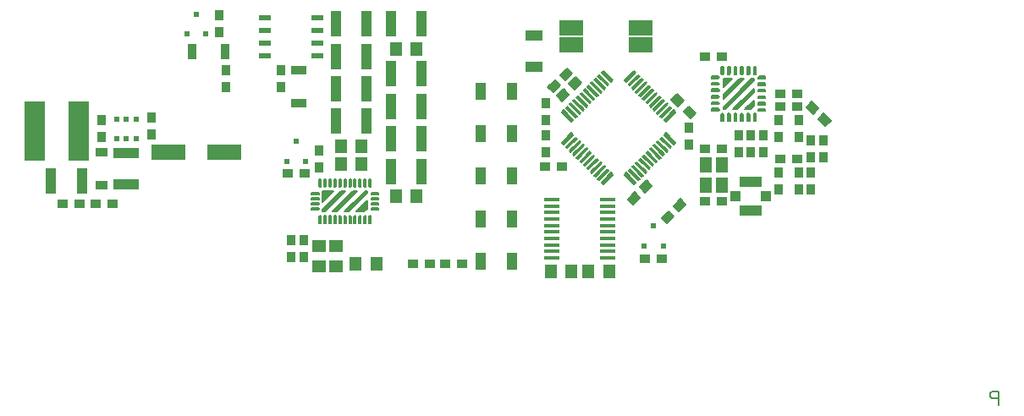
<source format=gbp>
G04 BAE OUTPUT*
%MOIN*%
%ADD10C,0.00500*%
%ADD11C,0.00787*%
%ADD12R,0.00787X0.05904*%
%ADD13R,0.00787X0.05906*%
%ADD14R,0.00787X0.06299*%
%ADD15R,0.00787X0.10236*%
%ADD16C,0.00984*%
%ADD17R,0.00984X0.09843*%
%ADD18R,0.00984X0.11811*%
%ADD19R,0.00984X0.27559*%
%ADD20R,0.00984X0.44291*%
%ADD21C,0.00985*%
%ADD22R,0.00985X0.09843*%
%ADD23R,0.00985X0.11811*%
%ADD24R,0.00985X0.27559*%
%ADD25R,0.00985X0.44291*%
%ADD26R,0.01102X0.05904*%
%ADD27R,0.01102X0.05906*%
%ADD28C,0.01181*%
%ADD29R,0.01181X0.06102*%
%ADD30R,0.01181X0.11811*%
%ADD31C,0.01575*%
%ADD32R,0.01575X0.02362*%
%ADD33R,0.01575X0.05906*%
%ADD34R,0.01575X0.18898*%
%ADD35R,0.01575X0.23228*%
%ADD36C,0.01576*%
%ADD37R,0.01576X0.02362*%
%ADD38R,0.01576X0.05904*%
%ADD39R,0.01576X0.18898*%
%ADD40R,0.01576X0.23228*%
%ADD41R,0.01693X0.06496*%
%ADD42R,0.01772X0.06693*%
%ADD43C,0.01969*%
%ADD44R,0.01969X0.02362*%
%ADD45R,0.02164X0.06496*%
%ADD46R,0.02165X0.06496*%
%ADD47R,0.02362X0.01575*%
%ADD48R,0.02362X0.01576*%
%ADD49R,0.02362X0.01969*%
%ADD50C,0.02362*%
%ADD51R,0.02362X0.02362*%
%ADD52R,0.02362X0.02755*%
%ADD53R,0.02362X0.02756*%
%ADD54R,0.02362X0.05118*%
%ADD55R,0.02362X0.06102*%
%ADD56R,0.02520X0.02520*%
%ADD57R,0.02755X0.02362*%
%ADD58R,0.02756X0.02362*%
%ADD59R,0.02953X0.03346*%
%ADD60R,0.02953X0.05709*%
%ADD61R,0.02953X0.06693*%
%ADD62R,0.03150X0.05904*%
%ADD63R,0.03150X0.05906*%
%ADD64R,0.03346X0.02953*%
%ADD65C,0.03543*%
%ADD66R,0.03543X0.04331*%
%ADD67R,0.03543X0.04724*%
%ADD68R,0.03543X0.04725*%
%ADD69R,0.03543X0.05904*%
%ADD70R,0.03543X0.05906*%
%ADD71R,0.03543X0.06299*%
%ADD72R,0.03740X0.06496*%
%ADD73C,0.03937*%
%ADD74R,0.03937X0.04134*%
%ADD75R,0.03937X0.06693*%
%ADD76R,0.03937X0.11811*%
%ADD77R,0.04134X0.03937*%
%ADD78R,0.04134X0.04921*%
%ADD79R,0.04134X0.05315*%
%ADD80R,0.04134X0.05316*%
%ADD81R,0.04134X0.08661*%
%ADD82R,0.04331X0.03543*%
%ADD83R,0.04331X0.06693*%
%ADD84R,0.04331X0.10236*%
%ADD85R,0.04528X0.04724*%
%ADD86R,0.04528X0.04725*%
%ADD87R,0.04528X0.07283*%
%ADD88R,0.04528X0.12402*%
%ADD89R,0.04724X0.03543*%
%ADD90R,0.04724X0.04528*%
%ADD91R,0.04724X0.05512*%
%ADD92R,0.04724X0.05906*%
%ADD93R,0.04724X0.07087*%
%ADD94R,0.04724X0.09252*%
%ADD95R,0.04725X0.03543*%
%ADD96R,0.04725X0.04528*%
%ADD97R,0.04725X0.05512*%
%ADD98R,0.04725X0.05904*%
%ADD99R,0.04725X0.07087*%
%ADD100R,0.04725X0.09252*%
%ADD101R,0.04921X0.04134*%
%ADD102R,0.04921X0.07283*%
%ADD103R,0.04921X0.10827*%
%ADD104R,0.05118X0.02362*%
%ADD105R,0.05315X0.04134*%
%ADD106R,0.05315X0.06102*%
%ADD107R,0.05315X0.06496*%
%ADD108R,0.05315X0.07677*%
%ADD109R,0.05316X0.04134*%
%ADD110R,0.05316X0.06102*%
%ADD111R,0.05316X0.06496*%
%ADD112R,0.05316X0.07677*%
%ADD113R,0.05512X0.04724*%
%ADD114R,0.05512X0.04725*%
%ADD115R,0.05709X0.02953*%
%ADD116R,0.05709X0.07874*%
%ADD117R,0.05709X0.07875*%
%ADD118R,0.05904X0.00787*%
%ADD119R,0.05904X0.01102*%
%ADD120R,0.05904X0.01576*%
%ADD121R,0.05904X0.03150*%
%ADD122R,0.05904X0.03543*%
%ADD123R,0.05904X0.04725*%
%ADD124R,0.05904X0.09449*%
%ADD125R,0.05906X0.00787*%
%ADD126R,0.05906X0.01102*%
%ADD127R,0.05906X0.01575*%
%ADD128R,0.05906X0.03150*%
%ADD129R,0.05906X0.03543*%
%ADD130R,0.05906X0.04724*%
%ADD131R,0.05906X0.09449*%
%ADD132R,0.06102X0.01181*%
%ADD133R,0.06102X0.02362*%
%ADD134R,0.06102X0.05315*%
%ADD135R,0.06102X0.05316*%
%ADD136R,0.06299X0.00787*%
%ADD137R,0.06299X0.03543*%
%ADD138C,0.06299*%
%ADD139R,0.06299X0.08268*%
%ADD140R,0.06299X0.08465*%
%ADD141R,0.06299X0.08466*%
%ADD142R,0.06299X0.13780*%
%ADD143R,0.06496X0.01693*%
%ADD144R,0.06496X0.02164*%
%ADD145R,0.06496X0.02165*%
%ADD146R,0.06496X0.03740*%
%ADD147R,0.06496X0.05315*%
%ADD148R,0.06496X0.05316*%
%ADD149R,0.06693X0.01772*%
%ADD150R,0.06693X0.02953*%
%ADD151R,0.06693X0.03937*%
%ADD152R,0.06693X0.04331*%
%ADD153R,0.06890X0.08858*%
%ADD154R,0.06890X0.14370*%
%ADD155R,0.07087X0.04724*%
%ADD156R,0.07087X0.04725*%
%ADD157C,0.07087*%
%ADD158R,0.07283X0.04528*%
%ADD159R,0.07283X0.04921*%
%ADD160R,0.07283X0.08661*%
%ADD161C,0.07480*%
%ADD162R,0.07677X0.05315*%
%ADD163R,0.07677X0.05316*%
%ADD164C,0.07677*%
%ADD165R,0.07874X0.05709*%
%ADD166R,0.07874X0.23622*%
%ADD167R,0.07875X0.05709*%
%ADD168R,0.07875X0.23622*%
%ADD169R,0.08268X0.06299*%
%ADD170C,0.08268*%
%ADD171R,0.08465X0.06299*%
%ADD172R,0.08465X0.24213*%
%ADD173R,0.08466X0.06299*%
%ADD174R,0.08466X0.24213*%
%ADD175R,0.08661X0.04134*%
%ADD176R,0.08661X0.07283*%
%ADD177R,0.08858X0.06890*%
%ADD178C,0.09054*%
%ADD179C,0.09055*%
%ADD180R,0.09252X0.04724*%
%ADD181R,0.09252X0.04725*%
%ADD182R,0.09449X0.05904*%
%ADD183R,0.09449X0.05906*%
%ADD184C,0.09449*%
%ADD185R,0.09843X0.00984*%
%ADD186R,0.09843X0.00985*%
%ADD187R,0.09843X0.12992*%
%ADD188R,0.10236X0.00787*%
%ADD189R,0.10236X0.04331*%
%ADD190R,0.10433X0.13583*%
%ADD191R,0.10827X0.04921*%
%ADD192R,0.11811X0.00984*%
%ADD193R,0.11811X0.00985*%
%ADD194R,0.11811X0.01181*%
%ADD195R,0.11811X0.03937*%
%ADD196R,0.12402X0.04528*%
%ADD197C,0.12598*%
%ADD198R,0.12992X0.09843*%
%ADD199R,0.13583X0.10433*%
%ADD200R,0.13780X0.06299*%
%ADD201R,0.14370X0.06890*%
%ADD202R,0.16142X0.18898*%
%ADD203R,0.16732X0.19488*%
%ADD204C,0.17717*%
%ADD205R,0.18898X0.01575*%
%ADD206R,0.18898X0.01576*%
%ADD207R,0.18898X0.16142*%
%ADD208R,0.19488X0.16732*%
%ADD209R,0.23228X0.01575*%
%ADD210R,0.23228X0.01576*%
%ADD211R,0.23622X0.07874*%
%ADD212R,0.23622X0.07875*%
%ADD213R,0.24213X0.08465*%
%ADD214R,0.24213X0.08466*%
%ADD215R,0.27559X0.00984*%
%ADD216R,0.27559X0.00985*%
%ADD217R,0.44291X0.00984*%
%ADD218R,0.44291X0.00985*%
%FSLAX34Y34*%
%MOMM*%
G01*
X0Y0D02*
G54D10*
X1013661Y436198D02*
X1006781Y429318D01*
X1012247Y423852*
X1019127Y430732*
X1013661Y436198*
X1025682Y448219D02*
X1018802Y441339D01*
X1024268Y435873*
X1031148Y442753*
X1025682Y448219*
X1142663Y415303D02*
X1135782Y422183D01*
X1130317Y416718*
X1137197Y409837*
X1142663Y415303*
X1154684Y403282D02*
X1147803Y410163D01*
X1142337Y404697*
X1149218Y397817*
X1154684Y403282*
X1104053Y323587D02*
X1110933Y330468D01*
X1105468Y335933*
X1098587Y329053*
X1104053Y323587*
X1092033Y311567D02*
X1098913Y318447D01*
X1093447Y323913*
X1086566Y317032*
X1092033Y311567*
X1277663Y407803D02*
X1270783Y414683D01*
X1265317Y409218*
X1272197Y402337*
X1277663Y407803*
X1289684Y395782D02*
X1282803Y402663D01*
X1277337Y397197*
X1284218Y390317*
X1289684Y395782*
X1030230Y394350D02*
X1032160Y396281D01*
X1022452Y405989*
X1020521Y404059*
X1030230Y394350*
X1062898Y427019D02*
X1063980Y428100D01*
X1054272Y437809*
X1053190Y436727*
X1062898Y427019*
X1066434Y430554D02*
X1067516Y431636D01*
X1057807Y441345*
X1056725Y440263*
X1066434Y430554*
X1069969Y434090D02*
X1071900Y436020D01*
X1062191Y445729*
X1060261Y443798*
X1069969Y434090*
X1083100Y436020D02*
X1085031Y434090D01*
X1094739Y443798*
X1092809Y445729*
X1083100Y436020*
X1087484Y431636D02*
X1088566Y430554D01*
X1098275Y440263*
X1097193Y441345*
X1087484Y431636*
X1091020Y428100D02*
X1092102Y427019D01*
X1101810Y436727*
X1100728Y437809*
X1091020Y428100*
X1094555Y424565D02*
X1095637Y423483D01*
X1105346Y433192*
X1104264Y434274*
X1094555Y424565*
X1098091Y421029D02*
X1099173Y419948D01*
X1108881Y429656*
X1107800Y430738*
X1098091Y421029*
X1101626Y417494D02*
X1102708Y416412D01*
X1112417Y426121*
X1111335Y427202*
X1101626Y417494*
X1105162Y413958D02*
X1106244Y412876D01*
X1115953Y422585*
X1114871Y423667*
X1105162Y413958*
X1034614Y398734D02*
X1035696Y399816D01*
X1025987Y409525*
X1024905Y408443*
X1034614Y398734*
X1108698Y410423D02*
X1109779Y409341D01*
X1119488Y419050*
X1118406Y420131*
X1108698Y410423*
X1112233Y406887D02*
X1113315Y405805D01*
X1123024Y415514*
X1121942Y416596*
X1112233Y406887*
X1115769Y403352D02*
X1116851Y402270D01*
X1126559Y411978*
X1125477Y413060*
X1115769Y403352*
X1119304Y399816D02*
X1120386Y398734D01*
X1130095Y408443*
X1129013Y409525*
X1119304Y399816*
X1122840Y396281D02*
X1124770Y394350D01*
X1134479Y404059*
X1132548Y405989*
X1122840Y396281*
X1124770Y383150D02*
X1122840Y381219D01*
X1132548Y371511*
X1134479Y373441*
X1124770Y383150*
X1120386Y378766D02*
X1119304Y377684D01*
X1129013Y367975*
X1130095Y369057*
X1120386Y378766*
X1116851Y375230D02*
X1115769Y374148D01*
X1125477Y364440*
X1126559Y365522*
X1116851Y375230*
X1113315Y371695D02*
X1112233Y370613D01*
X1121942Y360904*
X1123024Y361986*
X1113315Y371695*
X1109779Y368159D02*
X1108698Y367077D01*
X1118406Y357369*
X1119488Y358450*
X1109779Y368159*
X1038150Y402270D02*
X1039231Y403352D01*
X1029523Y413060*
X1028441Y411978*
X1038150Y402270*
X1106244Y364624D02*
X1105162Y363542D01*
X1114871Y353833*
X1115953Y354915*
X1106244Y364624*
X1102708Y361088D02*
X1101626Y360006D01*
X1111335Y350298*
X1112417Y351379*
X1102708Y361088*
X1099173Y357552D02*
X1098091Y356471D01*
X1107800Y346762*
X1108881Y347844*
X1099173Y357552*
X1095637Y354017D02*
X1094555Y352935D01*
X1104264Y343226*
X1105346Y344308*
X1095637Y354017*
X1092102Y350481D02*
X1091020Y349400D01*
X1100729Y339691*
X1101810Y340773*
X1092102Y350481*
X1088566Y346946D02*
X1087484Y345864D01*
X1097193Y336155*
X1098275Y337237*
X1088566Y346946*
X1085031Y343410D02*
X1083100Y341480D01*
X1092809Y331771*
X1094739Y333702*
X1085031Y343410*
X1071900Y341480D02*
X1069969Y343410D01*
X1060261Y333702*
X1062191Y331771*
X1071900Y341480*
X1067516Y345864D02*
X1066434Y346946D01*
X1056725Y337237*
X1057807Y336155*
X1067516Y345864*
X1063980Y349400D02*
X1062898Y350481D01*
X1053190Y340773*
X1054272Y339691*
X1063980Y349400*
X1041685Y405805D02*
X1042767Y406887D01*
X1033058Y416596*
X1031976Y415514*
X1041685Y405805*
X1060445Y352935D02*
X1059363Y354017D01*
X1049654Y344308*
X1050736Y343226*
X1060445Y352935*
X1056909Y356471D02*
X1055827Y357552D01*
X1046119Y347844*
X1047200Y346762*
X1056909Y356471*
X1053374Y360006D02*
X1052292Y361088D01*
X1042583Y351379*
X1043665Y350298*
X1053374Y360006*
X1049838Y363542D02*
X1048756Y364624D01*
X1039048Y354915*
X1040129Y353833*
X1049838Y363542*
X1046302Y367077D02*
X1045221Y368159D01*
X1035512Y358450*
X1036594Y357369*
X1046302Y367077*
X1042767Y370613D02*
X1041685Y371695D01*
X1031976Y361986*
X1033058Y360904*
X1042767Y370613*
X1039231Y374148D02*
X1038150Y375230D01*
X1028441Y365522*
X1029523Y364440*
X1039231Y374148*
X1035696Y377684D02*
X1034614Y378766D01*
X1024905Y369057*
X1025987Y367975*
X1035696Y377684*
X1032160Y381219D02*
X1030230Y383150D01*
X1020521Y373441*
X1022452Y371511*
X1032160Y381219*
X1045221Y409341D02*
X1046302Y410423D01*
X1036594Y420131*
X1035512Y419050*
X1045221Y409341*
X1048756Y412876D02*
X1049838Y413958D01*
X1040129Y423667*
X1039048Y422585*
X1048756Y412876*
X1052292Y416412D02*
X1053374Y417494D01*
X1043665Y427202*
X1042583Y426121*
X1052292Y416412*
X1055827Y419948D02*
X1056909Y421029D01*
X1047200Y430738*
X1046119Y429656*
X1055827Y419948*
X1059363Y423483D02*
X1060445Y424565D01*
X1050736Y434274*
X1049654Y433192*
X1059363Y423483*
X1214865Y401750D02*
X1214844Y401968D01*
X1214780Y402177*
X1214677Y402370*
X1214539Y402539*
X1214370Y402677*
X1214177Y402780*
X1213968Y402844*
X1213750Y402865*
X1213533Y402844*
X1213323Y402780*
X1213131Y402677*
X1212962Y402539*
X1212823Y402370*
X1212720Y402177*
X1212656Y401968*
X1212635Y401750*
Y395635*
X1214865*
Y401750*
X1176750Y425135D02*
X1176968Y425156D01*
X1177177Y425220*
X1177369Y425323*
X1177538Y425462*
X1177677Y425631*
X1177780Y425823*
X1177844Y426033*
X1177865Y426250*
X1177844Y426468*
X1177780Y426677*
X1177677Y426869*
X1177538Y427038*
X1177369Y427177*
X1177177Y427280*
X1176968Y427344*
X1176750Y427365*
X1170635*
Y425135*
X1176750*
X1176750Y431635D02*
X1176968Y431656D01*
X1177177Y431720*
X1177369Y431823*
X1177538Y431962*
X1177677Y432131*
X1177780Y432323*
X1177844Y432533*
X1177865Y432750*
X1177844Y432968*
X1177780Y433177*
X1177677Y433370*
X1177538Y433539*
X1177369Y433677*
X1177177Y433780*
X1176968Y433844*
X1176750Y433865*
X1170635*
Y431635*
X1176750*
X1176750Y438135D02*
X1176968Y438157D01*
X1177177Y438220*
X1177369Y438323*
X1177538Y438462*
X1177677Y438631*
X1177780Y438823*
X1177844Y439033*
X1177865Y439250*
X1177844Y439468*
X1177780Y439677*
X1177677Y439870*
X1177538Y440038*
X1177369Y440177*
X1177177Y440280*
X1176968Y440344*
X1176750Y440365*
X1170635*
Y438135*
X1176750*
X1180135Y443250D02*
X1180156Y443033D01*
X1180220Y442823*
X1180323Y442631*
X1180462Y442462*
X1180631Y442323*
X1180823Y442220*
X1181033Y442156*
X1181250Y442135*
X1181468Y442156*
X1181677Y442220*
X1181870Y442323*
X1182039Y442462*
X1182177Y442631*
X1182280Y442823*
X1182344Y443033*
X1182365Y443250*
Y449365*
X1180135*
Y443250*
X1186635Y443250D02*
X1186656Y443033D01*
X1186720Y442823*
X1186823Y442631*
X1186962Y442462*
X1187131Y442323*
X1187323Y442220*
X1187533Y442156*
X1187750Y442135*
X1187968Y442156*
X1188177Y442220*
X1188370Y442323*
X1188539Y442462*
X1188677Y442631*
X1188780Y442823*
X1188844Y443033*
X1188865Y443250*
Y449365*
X1186635*
Y443250*
X1193135Y443250D02*
X1193156Y443033D01*
X1193220Y442823*
X1193323Y442631*
X1193462Y442462*
X1193631Y442323*
X1193823Y442220*
X1194033Y442156*
X1194250Y442135*
X1194468Y442156*
X1194677Y442220*
X1194870Y442323*
X1195039Y442462*
X1195177Y442631*
X1195280Y442823*
X1195344Y443033*
X1195365Y443250*
Y449365*
X1193135*
Y443250*
X1199635Y443250D02*
X1199656Y443033D01*
X1199720Y442823*
X1199823Y442631*
X1199962Y442462*
X1200131Y442323*
X1200323Y442220*
X1200533Y442156*
X1200750Y442135*
X1200968Y442156*
X1201177Y442220*
X1201370Y442323*
X1201539Y442462*
X1201677Y442631*
X1201780Y442823*
X1201844Y443033*
X1201865Y443250*
Y449365*
X1199635*
Y443250*
X1206135Y443250D02*
X1206156Y443033D01*
X1206220Y442823*
X1206323Y442631*
X1206462Y442462*
X1206631Y442323*
X1206823Y442220*
X1207033Y442156*
X1207250Y442135*
X1207468Y442156*
X1207677Y442220*
X1207870Y442323*
X1208039Y442462*
X1208177Y442631*
X1208280Y442823*
X1208344Y443033*
X1208365Y443250*
Y449365*
X1206135*
Y443250*
X1212635Y443250D02*
X1212656Y443033D01*
X1212720Y442823*
X1212823Y442631*
X1212962Y442462*
X1213131Y442323*
X1213323Y442220*
X1213533Y442156*
X1213750Y442135*
X1213968Y442156*
X1214177Y442220*
X1214370Y442323*
X1214539Y442462*
X1214677Y442631*
X1214780Y442823*
X1214844Y443033*
X1214865Y443250*
Y449365*
X1212635*
Y443250*
X1218250Y439865D02*
X1218033Y439844D01*
X1217823Y439780*
X1217631Y439677*
X1217462Y439538*
X1217323Y439370*
X1217220Y439177*
X1217156Y438968*
X1217135Y438750*
X1217156Y438533*
X1217220Y438323*
X1217323Y438131*
X1217462Y437962*
X1217631Y437823*
X1217823Y437720*
X1218033Y437657*
X1218250Y437635*
X1224365*
Y439865*
X1218250*
X1208365Y401750D02*
X1208344Y401968D01*
X1208280Y402177*
X1208177Y402370*
X1208039Y402539*
X1207870Y402677*
X1207677Y402780*
X1207468Y402844*
X1207250Y402865*
X1207033Y402844*
X1206823Y402780*
X1206631Y402677*
X1206462Y402539*
X1206323Y402370*
X1206220Y402177*
X1206156Y401968*
X1206135Y401750*
Y395635*
X1208365*
Y401750*
X1218250Y433365D02*
X1218033Y433344D01*
X1217823Y433280*
X1217631Y433177*
X1217462Y433038*
X1217323Y432870*
X1217220Y432677*
X1217156Y432468*
X1217135Y432250*
X1217156Y432033*
X1217220Y431823*
X1217323Y431631*
X1217462Y431462*
X1217631Y431323*
X1217823Y431220*
X1218033Y431157*
X1218250Y431135*
X1224365*
Y433365*
X1218250*
X1218250Y426865D02*
X1218033Y426844D01*
X1217823Y426780*
X1217631Y426677*
X1217462Y426538*
X1217323Y426370*
X1217220Y426177*
X1217156Y425968*
X1217135Y425750*
X1217156Y425533*
X1217220Y425323*
X1217323Y425131*
X1217462Y424962*
X1217631Y424823*
X1217823Y424720*
X1218033Y424657*
X1218250Y424635*
X1224365*
Y426865*
X1218250*
X1218250Y420365D02*
X1218033Y420344D01*
X1217823Y420280*
X1217631Y420177*
X1217462Y420038*
X1217323Y419870*
X1217220Y419677*
X1217156Y419468*
X1217135Y419250*
X1217156Y419033*
X1217220Y418823*
X1217323Y418631*
X1217462Y418462*
X1217631Y418323*
X1217823Y418220*
X1218033Y418156*
X1218250Y418135*
X1224365*
Y420365*
X1218250*
X1218250Y413865D02*
X1218033Y413844D01*
X1217823Y413780*
X1217631Y413677*
X1217462Y413538*
X1217323Y413370*
X1217220Y413177*
X1217156Y412968*
X1217135Y412750*
X1217156Y412533*
X1217220Y412323*
X1217323Y412131*
X1217462Y411962*
X1217631Y411823*
X1217823Y411720*
X1218033Y411657*
X1218250Y411635*
X1224365*
Y413865*
X1218250*
X1218250Y407365D02*
X1218033Y407344D01*
X1217823Y407280*
X1217631Y407177*
X1217462Y407038*
X1217323Y406870*
X1217220Y406677*
X1217156Y406468*
X1217135Y406250*
X1217156Y406033*
X1217220Y405823*
X1217323Y405631*
X1217462Y405462*
X1217631Y405323*
X1217823Y405220*
X1218033Y405157*
X1218250Y405135*
X1224365*
Y407365*
X1218250*
X1201865Y401750D02*
X1201844Y401968D01*
X1201780Y402177*
X1201677Y402370*
X1201539Y402539*
X1201370Y402677*
X1201177Y402780*
X1200968Y402844*
X1200750Y402865*
X1200533Y402844*
X1200323Y402780*
X1200131Y402677*
X1199962Y402539*
X1199823Y402370*
X1199720Y402177*
X1199656Y401968*
X1199635Y401750*
Y395635*
X1201865*
Y401750*
X1195365Y401750D02*
X1195344Y401968D01*
X1195280Y402177*
X1195177Y402370*
X1195039Y402539*
X1194870Y402677*
X1194677Y402780*
X1194468Y402844*
X1194250Y402865*
X1194033Y402844*
X1193823Y402780*
X1193631Y402677*
X1193462Y402539*
X1193323Y402370*
X1193220Y402177*
X1193156Y401968*
X1193135Y401750*
Y395635*
X1195365*
Y401750*
X1188865Y401750D02*
X1188844Y401968D01*
X1188780Y402177*
X1188677Y402369*
X1188538Y402538*
X1188370Y402677*
X1188177Y402780*
X1187968Y402844*
X1187750Y402865*
X1187533Y402844*
X1187323Y402780*
X1187131Y402677*
X1186962Y402538*
X1186823Y402369*
X1186720Y402177*
X1186657Y401968*
X1186635Y401750*
Y395635*
X1188865*
Y401750*
X1182365Y401750D02*
X1182344Y401968D01*
X1182280Y402177*
X1182177Y402369*
X1182038Y402538*
X1181870Y402677*
X1181677Y402780*
X1181468Y402844*
X1181250Y402865*
X1181033Y402844*
X1180823Y402780*
X1180631Y402677*
X1180462Y402538*
X1180323Y402369*
X1180220Y402177*
X1180157Y401968*
X1180135Y401750*
Y395635*
X1182365*
Y401750*
X1176750Y405635D02*
X1176968Y405656D01*
X1177177Y405720*
X1177369Y405823*
X1177538Y405962*
X1177677Y406131*
X1177780Y406323*
X1177844Y406533*
X1177865Y406750*
X1177844Y406968*
X1177780Y407177*
X1177677Y407370*
X1177538Y407539*
X1177369Y407677*
X1177177Y407780*
X1176968Y407844*
X1176750Y407865*
X1170635*
Y405635*
X1176750*
X1176750Y412135D02*
X1176968Y412157D01*
X1177177Y412220*
X1177369Y412323*
X1177538Y412462*
X1177677Y412631*
X1177780Y412823*
X1177844Y413033*
X1177865Y413250*
X1177844Y413468*
X1177780Y413677*
X1177677Y413870*
X1177538Y414038*
X1177369Y414177*
X1177177Y414280*
X1176968Y414344*
X1176750Y414365*
X1170635*
Y412135*
X1176750*
X1176750Y418635D02*
X1176968Y418656D01*
X1177177Y418720*
X1177369Y418823*
X1177538Y418962*
X1177677Y419131*
X1177780Y419323*
X1177844Y419533*
X1177865Y419750*
X1177844Y419968*
X1177780Y420177*
X1177677Y420370*
X1177538Y420538*
X1177369Y420677*
X1177177Y420780*
X1176968Y420844*
X1176750Y420865*
X1170635*
Y418635*
X1176750*
X1212865Y437865D02*
X1210763D01*
X1182135Y409237*
Y407135*
X1184237*
X1212865Y435763*
Y437865*
X1196237Y407135D02*
X1212865Y423763D01*
Y427967*
X1192033Y407135*
X1196237*
X1198763Y437865D02*
X1182135Y421237D01*
Y417033*
X1202967Y437865*
X1198763*
X1212865Y410263D02*
Y415967D01*
X1204033Y407135*
X1209737*
X1212865Y410263*
X1182135Y437865D02*
Y429033D01*
X1190967Y437865*
X1182135*
X829615Y299500D02*
X829598Y299669D01*
X829549Y299831*
X829469Y299981*
X829362Y300112*
X829231Y300219*
X829081Y300299*
X828919Y300348*
X828750Y300365*
X828581Y300348*
X828419Y300299*
X828269Y300219*
X828138Y300112*
X828031Y299981*
X827951Y299831*
X827902Y299669*
X827885Y299500*
Y293135*
X829615*
Y299500*
X784615Y299500D02*
X784598Y299669D01*
X784549Y299831*
X784469Y299981*
X784362Y300112*
X784231Y300219*
X784081Y300299*
X783919Y300348*
X783750Y300365*
X783581Y300348*
X783419Y300299*
X783269Y300219*
X783138Y300112*
X783031Y299981*
X782951Y299831*
X782902Y299669*
X782885Y299500*
Y293135*
X784615*
Y299500*
X779615Y299500D02*
X779598Y299669D01*
X779549Y299831*
X779469Y299981*
X779362Y300112*
X779231Y300219*
X779081Y300299*
X778919Y300348*
X778750Y300365*
X778581Y300348*
X778419Y300299*
X778269Y300219*
X778138Y300112*
X778031Y299981*
X777951Y299831*
X777902Y299669*
X777885Y299500*
Y293135*
X779615*
Y299500*
X776750Y306635D02*
X776919Y306652D01*
X777081Y306701*
X777231Y306781*
X777362Y306888*
X777469Y307019*
X777549Y307169*
X777598Y307331*
X777615Y307500*
X777598Y307669*
X777549Y307831*
X777469Y307981*
X777362Y308112*
X777231Y308219*
X777081Y308299*
X776919Y308348*
X776750Y308365*
X770385*
Y306635*
X776750*
X776750Y311635D02*
X776919Y311652D01*
X777081Y311701*
X777231Y311781*
X777362Y311888*
X777469Y312019*
X777549Y312169*
X777598Y312331*
X777615Y312500*
X777598Y312669*
X777549Y312831*
X777469Y312981*
X777362Y313112*
X777231Y313219*
X777081Y313299*
X776919Y313348*
X776750Y313365*
X770385*
Y311635*
X776750*
X776750Y316635D02*
X776919Y316652D01*
X777081Y316701*
X777231Y316781*
X777362Y316888*
X777469Y317019*
X777549Y317169*
X777598Y317331*
X777615Y317500*
X777598Y317669*
X777549Y317831*
X777469Y317981*
X777362Y318112*
X777231Y318219*
X777081Y318299*
X776919Y318348*
X776750Y318365*
X770385*
Y316635*
X776750*
X776750Y321635D02*
X776919Y321652D01*
X777081Y321701*
X777231Y321781*
X777362Y321888*
X777469Y322019*
X777549Y322169*
X777598Y322331*
X777615Y322500*
X777598Y322669*
X777549Y322831*
X777469Y322981*
X777362Y323112*
X777231Y323219*
X777081Y323299*
X776919Y323348*
X776750Y323365*
X770385*
Y321635*
X776750*
X777885Y330500D02*
X777902Y330331D01*
X777951Y330169*
X778031Y330019*
X778138Y329888*
X778269Y329781*
X778419Y329701*
X778581Y329652*
X778750Y329635*
X778919Y329652*
X779081Y329701*
X779231Y329781*
X779362Y329888*
X779469Y330019*
X779549Y330169*
X779598Y330331*
X779615Y330500*
Y336865*
X777885*
Y330500*
X782885Y330500D02*
X782902Y330331D01*
X782951Y330169*
X783031Y330019*
X783138Y329888*
X783269Y329781*
X783419Y329701*
X783581Y329652*
X783750Y329635*
X783919Y329652*
X784081Y329701*
X784231Y329781*
X784362Y329888*
X784469Y330019*
X784549Y330169*
X784598Y330331*
X784615Y330500*
Y336865*
X782885*
Y330500*
X787885Y330500D02*
X787902Y330331D01*
X787951Y330169*
X788031Y330019*
X788138Y329888*
X788269Y329781*
X788419Y329701*
X788581Y329652*
X788750Y329635*
X788919Y329652*
X789081Y329701*
X789231Y329781*
X789362Y329888*
X789469Y330019*
X789549Y330169*
X789598Y330331*
X789615Y330500*
Y336865*
X787885*
Y330500*
X792885Y330500D02*
X792902Y330331D01*
X792951Y330169*
X793031Y330019*
X793138Y329888*
X793269Y329781*
X793419Y329701*
X793581Y329652*
X793750Y329635*
X793919Y329652*
X794081Y329701*
X794231Y329781*
X794362Y329888*
X794469Y330019*
X794549Y330169*
X794598Y330331*
X794615Y330500*
Y336865*
X792885*
Y330500*
X824615Y299500D02*
X824598Y299669D01*
X824549Y299831*
X824469Y299981*
X824362Y300112*
X824231Y300219*
X824081Y300299*
X823919Y300348*
X823750Y300365*
X823581Y300348*
X823419Y300299*
X823269Y300219*
X823138Y300112*
X823031Y299981*
X822951Y299831*
X822902Y299669*
X822885Y299500*
Y293135*
X824615*
Y299500*
X797885Y330500D02*
X797902Y330331D01*
X797951Y330169*
X798031Y330019*
X798138Y329888*
X798269Y329781*
X798419Y329701*
X798581Y329652*
X798750Y329635*
X798919Y329652*
X799081Y329701*
X799231Y329781*
X799362Y329888*
X799469Y330019*
X799549Y330169*
X799598Y330331*
X799615Y330500*
Y336865*
X797885*
Y330500*
X802885Y330500D02*
X802902Y330331D01*
X802951Y330169*
X803031Y330019*
X803138Y329888*
X803269Y329781*
X803419Y329701*
X803581Y329652*
X803750Y329635*
X803919Y329652*
X804081Y329701*
X804231Y329781*
X804362Y329888*
X804469Y330019*
X804549Y330169*
X804598Y330331*
X804615Y330500*
Y336865*
X802885*
Y330500*
X807885Y330500D02*
X807902Y330331D01*
X807951Y330169*
X808031Y330019*
X808138Y329888*
X808269Y329781*
X808419Y329701*
X808581Y329652*
X808750Y329635*
X808919Y329652*
X809081Y329701*
X809231Y329781*
X809362Y329888*
X809469Y330019*
X809549Y330169*
X809598Y330331*
X809615Y330500*
Y336865*
X807885*
Y330500*
X812885Y330500D02*
X812902Y330331D01*
X812951Y330169*
X813031Y330019*
X813138Y329888*
X813269Y329781*
X813419Y329701*
X813581Y329652*
X813750Y329635*
X813919Y329652*
X814081Y329701*
X814231Y329781*
X814362Y329888*
X814469Y330019*
X814549Y330169*
X814598Y330331*
X814615Y330500*
Y336865*
X812885*
Y330500*
X817885Y330500D02*
X817902Y330331D01*
X817951Y330169*
X818031Y330019*
X818138Y329888*
X818269Y329781*
X818419Y329701*
X818581Y329652*
X818750Y329635*
X818919Y329652*
X819081Y329701*
X819231Y329781*
X819362Y329888*
X819469Y330019*
X819549Y330169*
X819598Y330331*
X819615Y330500*
Y336865*
X817885*
Y330500*
X822885Y330500D02*
X822902Y330331D01*
X822951Y330169*
X823031Y330019*
X823138Y329888*
X823269Y329781*
X823419Y329701*
X823581Y329652*
X823750Y329635*
X823919Y329652*
X824081Y329701*
X824231Y329781*
X824362Y329888*
X824469Y330019*
X824549Y330169*
X824598Y330331*
X824615Y330500*
Y336865*
X822885*
Y330500*
X827885Y330500D02*
X827902Y330331D01*
X827951Y330169*
X828031Y330019*
X828138Y329888*
X828269Y329781*
X828419Y329701*
X828581Y329652*
X828750Y329635*
X828919Y329652*
X829081Y329701*
X829231Y329781*
X829362Y329888*
X829469Y330019*
X829549Y330169*
X829598Y330331*
X829615Y330500*
Y336865*
X827885*
Y330500*
X830750Y323365D02*
X830581Y323348D01*
X830419Y323299*
X830269Y323219*
X830138Y323112*
X830031Y322981*
X829951Y322831*
X829902Y322669*
X829885Y322500*
X829902Y322331*
X829951Y322169*
X830031Y322019*
X830138Y321888*
X830269Y321781*
X830419Y321701*
X830581Y321652*
X830750Y321635*
X837115*
Y323365*
X830750*
X830750Y318365D02*
X830581Y318348D01*
X830419Y318299*
X830269Y318219*
X830138Y318112*
X830031Y317981*
X829951Y317831*
X829902Y317669*
X829885Y317500*
X829902Y317331*
X829951Y317169*
X830031Y317019*
X830138Y316888*
X830269Y316781*
X830419Y316701*
X830581Y316652*
X830750Y316635*
X837115*
Y318365*
X830750*
X830750Y313365D02*
X830581Y313348D01*
X830419Y313299*
X830269Y313219*
X830138Y313112*
X830031Y312981*
X829951Y312831*
X829902Y312669*
X829885Y312500*
X829902Y312331*
X829951Y312169*
X830031Y312019*
X830138Y311888*
X830269Y311781*
X830419Y311701*
X830581Y311652*
X830750Y311635*
X837115*
Y313365*
X830750*
X819615Y299500D02*
X819598Y299669D01*
X819549Y299831*
X819469Y299981*
X819362Y300112*
X819231Y300219*
X819081Y300299*
X818919Y300348*
X818750Y300365*
X818581Y300348*
X818419Y300299*
X818269Y300219*
X818138Y300112*
X818031Y299981*
X817951Y299831*
X817902Y299669*
X817885Y299500*
Y293135*
X819615*
Y299500*
X830750Y308365D02*
X830581Y308348D01*
X830419Y308299*
X830269Y308219*
X830138Y308112*
X830031Y307981*
X829951Y307831*
X829902Y307669*
X829885Y307500*
X829902Y307331*
X829951Y307169*
X830031Y307019*
X830138Y306888*
X830269Y306781*
X830419Y306701*
X830581Y306652*
X830750Y306635*
X837115*
Y308365*
X830750*
X814615Y299500D02*
X814598Y299669D01*
X814549Y299831*
X814469Y299981*
X814362Y300112*
X814231Y300219*
X814081Y300299*
X813919Y300348*
X813750Y300365*
X813581Y300348*
X813419Y300299*
X813269Y300219*
X813138Y300112*
X813031Y299981*
X812951Y299831*
X812902Y299669*
X812885Y299500*
Y293135*
X814615*
Y299500*
X809615Y299500D02*
X809598Y299669D01*
X809549Y299831*
X809469Y299981*
X809362Y300112*
X809231Y300219*
X809081Y300299*
X808919Y300348*
X808750Y300365*
X808581Y300348*
X808419Y300299*
X808269Y300219*
X808138Y300112*
X808031Y299981*
X807951Y299831*
X807902Y299669*
X807885Y299500*
Y293135*
X809615*
Y299500*
X804615Y299500D02*
X804598Y299669D01*
X804549Y299831*
X804469Y299981*
X804362Y300112*
X804231Y300219*
X804081Y300299*
X803919Y300348*
X803750Y300365*
X803581Y300348*
X803419Y300299*
X803269Y300219*
X803138Y300112*
X803031Y299981*
X802951Y299831*
X802902Y299669*
X802885Y299500*
Y293135*
X804615*
Y299500*
X799615Y299500D02*
X799598Y299669D01*
X799549Y299831*
X799469Y299981*
X799362Y300112*
X799231Y300219*
X799081Y300299*
X798919Y300348*
X798750Y300365*
X798581Y300348*
X798419Y300299*
X798269Y300219*
X798138Y300112*
X798031Y299981*
X797951Y299831*
X797902Y299669*
X797885Y299500*
Y293135*
X799615*
Y299500*
X794615Y299500D02*
X794598Y299669D01*
X794549Y299831*
X794469Y299981*
X794362Y300112*
X794231Y300219*
X794081Y300299*
X793919Y300348*
X793750Y300365*
X793581Y300348*
X793419Y300299*
X793269Y300219*
X793138Y300112*
X793031Y299981*
X792951Y299831*
X792902Y299669*
X792885Y299500*
Y293135*
X794615*
Y299500*
X789615Y299500D02*
X789598Y299669D01*
X789549Y299831*
X789469Y299981*
X789362Y300112*
X789231Y300219*
X789081Y300299*
X788919Y300348*
X788750Y300365*
X788581Y300348*
X788419Y300299*
X788269Y300219*
X788138Y300112*
X788031Y299981*
X787951Y299831*
X787902Y299669*
X787885Y299500*
Y293135*
X789615*
Y299500*
X826115Y325365D02*
X824013D01*
X803283Y304635*
X807487*
X826115Y323263*
Y325365*
X781385Y304635D02*
X783487D01*
X804217Y325365*
X800013*
X781385Y306737*
Y304635*
X791283Y304635D02*
X795487D01*
X816217Y325365*
X812013*
X791283Y304635*
X815283Y304635D02*
X822987D01*
X826115Y307763*
Y315467*
X815283Y304635*
X781385Y325365D02*
Y314533D01*
X792217Y325365*
X781385*
X1127197Y305163D02*
X1120317Y298283D01*
X1125782Y292817*
X1132663Y299697*
X1127197Y305163*
X1139218Y317183D02*
X1132337Y310303D01*
X1137803Y304837*
X1144683Y311718*
X1139218Y317183*
X1033107Y427034D02*
X1039987Y433914D01*
X1034521Y439380*
X1027641Y432500*
X1033107Y427034*
X1021086Y415013D02*
X1027966Y421893D01*
X1022500Y427359*
X1015620Y420479*
X1021086Y415013*
D02*
G54D11*
X1013661Y435300D02*
X1007679Y429318D01*
X1012247Y424750*
X1018229Y430732*
X1013661Y435300*
X1025682Y447321D02*
X1019700Y441339D01*
X1024268Y436771*
X1030250Y442753*
X1025682Y447321*
X1141765Y415303D02*
X1135782Y421285D01*
X1131215Y416718*
X1137197Y410735*
X1141765Y415303*
X1153786Y403282D02*
X1147803Y409265D01*
X1143235Y404697*
X1149218Y398715*
X1153786Y403282*
X1104053Y324485D02*
X1110035Y330468D01*
X1105468Y335035*
X1099485Y329053*
X1104053Y324485*
X1092033Y312465D02*
X1098015Y318447D01*
X1093447Y323015*
X1087465Y317032*
X1092033Y312465*
X1276765Y407803D02*
X1270783Y413785D01*
X1266215Y409218*
X1272197Y403235*
X1276765Y407803*
X1288786Y395782D02*
X1282803Y401765D01*
X1278235Y397197*
X1284218Y391215*
X1288786Y395782*
X1030230Y395248D02*
X1031262Y396281D01*
X1022452Y405091*
X1021419Y404059*
X1030230Y395248*
X1021422Y404056D02*
Y404062D01*
X1022652Y402827D02*
Y404891D01*
X1023881Y401597D02*
Y403662D01*
X1025111Y400367D02*
Y402432D01*
X1026341Y399137D02*
Y401202D01*
X1027571Y397908D02*
Y399972D01*
X1028800Y396678D02*
Y398743D01*
X1030030Y395448D02*
Y397513D01*
X1031260Y396278D02*
Y396283D01*
X1062898Y427917D02*
X1063082Y428100D01*
X1054272Y436911*
X1054088Y436727*
X1062898Y427917*
X1054090Y436725D02*
Y436730D01*
X1055375Y435440D02*
Y435808D01*
X1056659Y434156D02*
Y434524D01*
X1057943Y432872D02*
Y433240D01*
X1059227Y431588D02*
Y431956D01*
X1060511Y430304D02*
Y430671D01*
X1061795Y429020D02*
Y429387D01*
X1063079Y428098D02*
Y428103D01*
X1066434Y431452D02*
X1066618Y431636D01*
X1057807Y440447*
X1057623Y440263*
X1066434Y431452*
X1057626Y440260D02*
Y440265D01*
X1058910Y438976D02*
Y439344D01*
X1060194Y437692D02*
Y438059D01*
X1061478Y436408D02*
Y436775D01*
X1062763Y435123D02*
Y435491D01*
X1064047Y433839D02*
Y434207D01*
X1065331Y432555D02*
Y432923D01*
X1066615Y431633D02*
Y431639D01*
X1069969Y434988D02*
X1071002Y436020D01*
X1062191Y444831*
X1061159Y443798*
X1069969Y434988*
X1061161Y443796D02*
Y443801D01*
X1062391Y442566D02*
Y444631D01*
X1063621Y441336D02*
Y443401D01*
X1064851Y440106D02*
Y442171D01*
X1066080Y438877D02*
Y440942D01*
X1067310Y437647D02*
Y439712D01*
X1068540Y436417D02*
Y438482D01*
X1069769Y435188D02*
Y437252D01*
X1070999Y436017D02*
Y436023D01*
X1083998Y436020D02*
X1085031Y434988D01*
X1093841Y443798*
X1092809Y444831*
X1083998Y436020*
X1084001Y436017D02*
Y436023D01*
X1085231Y435188D02*
Y437252D01*
X1086460Y436417D02*
Y438482D01*
X1087690Y437647D02*
Y439712D01*
X1088920Y438877D02*
Y440942D01*
X1090149Y440107D02*
Y442171D01*
X1091379Y441336D02*
Y443401D01*
X1092609Y442566D02*
Y444631D01*
X1093839Y443796D02*
Y443801D01*
X1088382Y431636D02*
X1088566Y431452D01*
X1097377Y440263*
X1097193Y440447*
X1088382Y431636*
X1088385Y431633D02*
Y431639D01*
X1089669Y432555D02*
Y432923D01*
X1090953Y433839D02*
Y434207D01*
X1092238Y435123D02*
Y435491D01*
X1093522Y436408D02*
Y436775D01*
X1094806Y437692D02*
Y438059D01*
X1096090Y438976D02*
Y439344D01*
X1097374Y440260D02*
Y440265D01*
X1091918Y428101D02*
X1092102Y427917D01*
X1100912Y436727*
X1100728Y436911*
X1091918Y428101*
X1091920Y428098D02*
Y428103D01*
X1093205Y429019D02*
Y429387D01*
X1094489Y430304D02*
Y430672D01*
X1095773Y431588D02*
Y431956D01*
X1097057Y432872D02*
Y433240D01*
X1098341Y434156D02*
Y434524D01*
X1099626Y435440D02*
Y435808D01*
X1100910Y436725D02*
Y436730D01*
X1095453Y424565D02*
X1095637Y424381D01*
X1104448Y433192*
X1104264Y433376*
X1095453Y424565*
X1095456Y424562D02*
Y424568D01*
X1096740Y425484D02*
Y425852D01*
X1098024Y426768D02*
Y427136D01*
X1099309Y428052D02*
Y428420D01*
X1100593Y429337D02*
Y429704D01*
X1101877Y430621D02*
Y430988D01*
X1103161Y431905D02*
Y432273D01*
X1104445Y433189D02*
Y433194D01*
X1098989Y421029D02*
X1099173Y420846D01*
X1107983Y429656*
X1107800Y429840*
X1098989Y421029*
X1098992Y421027D02*
Y421032D01*
X1100276Y421949D02*
Y422316D01*
X1101560Y423233D02*
Y423600D01*
X1102844Y424517D02*
Y424885D01*
X1104128Y425801D02*
Y426169D01*
X1105412Y427085D02*
Y427453D01*
X1106697Y428369D02*
Y428737D01*
X1107981Y429653D02*
Y429659D01*
X1102524Y417494D02*
X1102708Y417310D01*
X1111519Y426121*
X1111335Y426304*
X1102524Y417494*
X1102527Y417491D02*
Y417497D01*
X1103811Y418413D02*
Y418781D01*
X1105095Y419697D02*
Y420065D01*
X1106380Y420981D02*
Y421349D01*
X1107664Y422265D02*
Y422633D01*
X1108948Y423550D02*
Y423917D01*
X1110232Y424834D02*
Y425201D01*
X1111516Y426118D02*
Y426123D01*
X1106060Y413958D02*
X1106244Y413774D01*
X1115055Y422585*
X1114871Y422769*
X1106060Y413958*
X1106063Y413956D02*
Y413961D01*
X1107347Y414877D02*
Y415245D01*
X1108631Y416162D02*
Y416529D01*
X1109915Y417446D02*
Y417814D01*
X1111199Y418730D02*
Y419098D01*
X1112484Y420014D02*
Y420382D01*
X1113768Y421298D02*
Y421666D01*
X1115052Y422582D02*
Y422588D01*
X1034614Y399632D02*
X1034798Y399816D01*
X1025987Y408627*
X1025803Y408443*
X1034614Y399632*
X1025806Y408440D02*
Y408446D01*
X1027090Y407156D02*
Y407524D01*
X1028374Y405872D02*
Y406240D01*
X1029659Y404588D02*
Y404955D01*
X1030943Y403304D02*
Y403671D01*
X1032227Y402019D02*
Y402387D01*
X1033511Y400735D02*
Y401103D01*
X1034795Y399814D02*
Y399819D01*
X1109596Y410423D02*
X1109779Y410239D01*
X1118590Y419050*
X1118406Y419233*
X1109596Y410423*
X1109598Y410420D02*
Y410425D01*
X1110882Y411342D02*
Y411710D01*
X1112167Y412626D02*
Y412994D01*
X1113451Y413910D02*
Y414278D01*
X1114735Y415194D02*
Y415562D01*
X1116019Y416479D02*
Y416846D01*
X1117303Y417763D02*
Y418130D01*
X1118587Y419047D02*
Y419052D01*
X1113131Y406887D02*
X1113315Y406703D01*
X1122126Y415514*
X1121942Y415698*
X1113131Y406887*
X1113134Y406885D02*
Y406890D01*
X1114418Y407806D02*
Y408174D01*
X1115702Y409091D02*
Y409458D01*
X1116986Y410375D02*
Y410742D01*
X1118270Y411659D02*
Y412027D01*
X1119555Y412943D02*
Y413311D01*
X1120839Y414227D02*
Y414595D01*
X1122123Y415511D02*
Y415517D01*
X1116667Y403352D02*
X1116851Y403168D01*
X1125661Y411978*
X1125477Y412162*
X1116667Y403352*
X1116669Y403349D02*
Y403354D01*
X1117953Y404271D02*
Y404639D01*
X1119238Y405555D02*
Y405923D01*
X1120522Y406839D02*
Y407207D01*
X1121806Y408123D02*
Y408491D01*
X1123090Y409407D02*
Y409775D01*
X1124374Y410692D02*
Y411059D01*
X1125658Y411976D02*
Y411981D01*
X1120202Y399816D02*
X1120386Y399632D01*
X1129197Y408443*
X1129013Y408627*
X1120202Y399816*
X1120205Y399814D02*
Y399819D01*
X1121489Y400735D02*
Y401103D01*
X1122773Y402020D02*
Y402387D01*
X1124057Y403304D02*
Y403671D01*
X1125341Y404588D02*
Y404955D01*
X1126626Y405872D02*
Y406240D01*
X1127910Y407156D02*
Y407524D01*
X1129194Y408440D02*
Y408446D01*
X1123738Y396281D02*
X1124770Y395248D01*
X1133581Y404059*
X1132548Y405091*
X1123738Y396281*
X1123740Y396278D02*
Y396283D01*
X1124970Y395448D02*
Y397513D01*
X1126200Y396678D02*
Y398743D01*
X1127430Y397908D02*
Y399972D01*
X1128659Y399137D02*
Y401202D01*
X1129889Y400367D02*
Y402432D01*
X1131119Y401597D02*
Y403662D01*
X1132348Y402827D02*
Y404891D01*
X1133578Y404056D02*
Y404062D01*
X1124770Y382252D02*
X1123738Y381219D01*
X1132548Y372409*
X1133581Y373441*
X1124770Y382252*
X1123740Y381217D02*
Y381222D01*
X1124970Y379987D02*
Y382052D01*
X1126200Y378757D02*
Y380822D01*
X1127430Y377528D02*
Y379592D01*
X1128659Y376298D02*
Y378363D01*
X1129889Y375068D02*
Y377133D01*
X1131119Y373838D02*
Y375903D01*
X1132348Y372609D02*
Y374673D01*
X1133578Y373438D02*
Y373444D01*
X1120386Y377868D02*
X1120202Y377684D01*
X1129013Y368873*
X1129197Y369057*
X1120386Y377868*
X1120205Y377681D02*
Y377686D01*
X1121489Y376397D02*
Y376765D01*
X1122773Y375113D02*
Y375480D01*
X1124057Y373829D02*
Y374196D01*
X1125341Y372544D02*
Y372912D01*
X1126626Y371260D02*
Y371628D01*
X1127910Y369976D02*
Y370344D01*
X1129194Y369054D02*
Y369060D01*
X1116851Y374332D02*
X1116667Y374148D01*
X1125477Y365338*
X1125661Y365522*
X1116851Y374332*
X1116669Y374146D02*
Y374151D01*
X1117953Y372861D02*
Y373229D01*
X1119238Y371577D02*
Y371945D01*
X1120522Y370293D02*
Y370661D01*
X1121806Y369009D02*
Y369377D01*
X1123090Y367725D02*
Y368093D01*
X1124374Y366441D02*
Y366808D01*
X1125658Y365519D02*
Y365524D01*
X1113315Y370797D02*
X1113131Y370613D01*
X1121942Y361802*
X1122126Y361986*
X1113315Y370797*
X1113134Y370610D02*
Y370615D01*
X1114418Y369326D02*
Y369694D01*
X1115702Y368042D02*
Y368409D01*
X1116986Y366758D02*
Y367125D01*
X1118270Y365473D02*
Y365841D01*
X1119555Y364189D02*
Y364557D01*
X1120839Y362905D02*
Y363273D01*
X1122123Y361983D02*
Y361989D01*
X1109779Y367261D02*
X1109596Y367077D01*
X1118406Y358267*
X1118590Y358450*
X1109779Y367261*
X1109598Y367075D02*
Y367080D01*
X1110882Y365790D02*
Y366158D01*
X1112167Y364506D02*
Y364874D01*
X1113451Y363222D02*
Y363590D01*
X1114735Y361938D02*
Y362306D01*
X1116019Y360654D02*
Y361021D01*
X1117303Y359370D02*
Y359737D01*
X1118587Y358448D02*
Y358453D01*
X1038150Y403168D02*
X1038333Y403352D01*
X1029523Y412162*
X1029339Y411978*
X1038150Y403168*
X1029342Y411976D02*
Y411981D01*
X1030626Y410692D02*
Y411059D01*
X1031910Y409407D02*
Y409775D01*
X1033194Y408123D02*
Y408491D01*
X1034478Y406839D02*
Y407207D01*
X1035762Y405555D02*
Y405923D01*
X1037047Y404271D02*
Y404639D01*
X1038331Y403349D02*
Y403354D01*
X1106244Y363726D02*
X1106060Y363542D01*
X1114871Y354731*
X1115055Y354915*
X1106244Y363726*
X1106063Y363539D02*
Y363544D01*
X1107347Y362255D02*
Y362623D01*
X1108631Y360971D02*
Y361338D01*
X1109915Y359686D02*
Y360054D01*
X1111199Y358402D02*
Y358770D01*
X1112484Y357118D02*
Y357486D01*
X1113768Y355834D02*
Y356202D01*
X1115052Y354912D02*
Y354918D01*
X1102708Y360190D02*
X1102524Y360006D01*
X1111335Y351196*
X1111519Y351379*
X1102708Y360190*
X1102527Y360003D02*
Y360009D01*
X1103811Y358719D02*
Y359087D01*
X1105095Y357435D02*
Y357803D01*
X1106380Y356151D02*
Y356519D01*
X1107664Y354867D02*
Y355235D01*
X1108948Y353583D02*
Y353950D01*
X1110232Y352299D02*
Y352666D01*
X1111516Y351377D02*
Y351382D01*
X1099173Y356654D02*
X1098989Y356471D01*
X1107800Y347660*
X1107983Y347844*
X1099173Y356654*
X1098992Y356468D02*
Y356473D01*
X1100276Y355184D02*
Y355551D01*
X1101560Y353900D02*
Y354267D01*
X1102844Y352615D02*
Y352983D01*
X1104128Y351331D02*
Y351699D01*
X1105412Y350047D02*
Y350415D01*
X1106697Y348763D02*
Y349131D01*
X1107981Y347841D02*
Y347846D01*
X1095637Y353119D02*
X1095453Y352935D01*
X1104264Y344124*
X1104448Y344308*
X1095637Y353119*
X1095456Y352932D02*
Y352938D01*
X1096740Y351648D02*
Y352016D01*
X1098024Y350364D02*
Y350732D01*
X1099309Y349080D02*
Y349448D01*
X1100593Y347796D02*
Y348163D01*
X1101877Y346512D02*
Y346879D01*
X1103161Y345227D02*
Y345595D01*
X1104445Y344306D02*
Y344311D01*
X1092102Y349583D02*
X1091918Y349399D01*
X1100729Y340589*
X1100912Y340773*
X1092102Y349583*
X1091920Y349397D02*
Y349402D01*
X1093205Y348113D02*
Y348481D01*
X1094489Y346829D02*
Y347196D01*
X1095773Y345544D02*
Y345912D01*
X1097057Y344260D02*
Y344628D01*
X1098341Y342976D02*
Y343344D01*
X1099626Y341692D02*
Y342060D01*
X1100910Y340770D02*
Y340775D01*
X1088566Y346048D02*
X1088382Y345864D01*
X1097193Y337053*
X1097377Y337237*
X1088566Y346048*
X1088385Y345861D02*
Y345867D01*
X1089669Y344577D02*
Y344945D01*
X1090953Y343293D02*
Y343661D01*
X1092238Y342009D02*
Y342377D01*
X1093522Y340725D02*
Y341092D01*
X1094806Y339441D02*
Y339808D01*
X1096090Y338156D02*
Y338524D01*
X1097374Y337235D02*
Y337240D01*
X1085031Y342512D02*
X1083998Y341480D01*
X1092809Y332669*
X1093841Y333702*
X1085031Y342512*
X1084001Y341477D02*
Y341483D01*
X1085231Y340248D02*
Y342312D01*
X1086460Y339018D02*
Y341083D01*
X1087690Y337788D02*
Y339853D01*
X1088920Y336558D02*
Y338623D01*
X1090149Y335329D02*
Y337393D01*
X1091379Y334099D02*
Y336164D01*
X1092609Y332869D02*
Y334934D01*
X1093839Y333699D02*
Y333704D01*
X1071002Y341480D02*
X1069969Y342512D01*
X1061159Y333702*
X1062191Y332669*
X1071002Y341480*
X1061161Y333699D02*
Y333704D01*
X1062391Y332869D02*
Y334934D01*
X1063621Y334099D02*
Y336164D01*
X1064851Y335329D02*
Y337393D01*
X1066080Y336558D02*
Y338623D01*
X1067310Y337788D02*
Y339853D01*
X1068540Y339018D02*
Y341083D01*
X1069769Y340248D02*
Y342312D01*
X1070999Y341477D02*
Y341483D01*
X1066618Y345864D02*
X1066434Y346048D01*
X1057623Y337237*
X1057807Y337053*
X1066618Y345864*
X1057626Y337235D02*
Y337240D01*
X1058910Y338156D02*
Y338524D01*
X1060194Y339441D02*
Y339808D01*
X1061478Y340725D02*
Y341092D01*
X1062763Y342009D02*
Y342377D01*
X1064047Y343293D02*
Y343661D01*
X1065331Y344577D02*
Y344945D01*
X1066615Y345861D02*
Y345867D01*
X1063082Y349400D02*
X1062898Y349583D01*
X1054088Y340773*
X1054272Y340589*
X1063082Y349400*
X1054090Y340770D02*
Y340775D01*
X1055375Y341692D02*
Y342060D01*
X1056659Y342976D02*
Y343344D01*
X1057943Y344260D02*
Y344628D01*
X1059227Y345544D02*
Y345912D01*
X1060511Y346829D02*
Y347196D01*
X1061795Y348113D02*
Y348480D01*
X1063079Y349397D02*
Y349402D01*
X1041685Y406703D02*
X1041869Y406887D01*
X1033058Y415698*
X1032875Y415514*
X1041685Y406703*
X1032877Y415511D02*
Y415517D01*
X1034161Y414227D02*
Y414595D01*
X1035445Y412943D02*
Y413311D01*
X1036730Y411659D02*
Y412027D01*
X1038014Y410375D02*
Y410742D01*
X1039298Y409091D02*
Y409458D01*
X1040582Y407806D02*
Y408174D01*
X1041866Y406885D02*
Y406890D01*
X1059547Y352935D02*
X1059363Y353119D01*
X1050552Y344308*
X1050736Y344124*
X1059547Y352935*
X1050555Y344306D02*
Y344311D01*
X1051839Y345227D02*
Y345595D01*
X1053123Y346512D02*
Y346879D01*
X1054407Y347796D02*
Y348163D01*
X1055691Y349080D02*
Y349448D01*
X1056976Y350364D02*
Y350732D01*
X1058260Y351648D02*
Y352016D01*
X1059544Y352932D02*
Y352938D01*
X1056011Y356471D02*
X1055827Y356654D01*
X1047017Y347844*
X1047200Y347660*
X1056011Y356471*
X1047019Y347841D02*
Y347846D01*
X1048303Y348763D02*
Y349131D01*
X1049588Y350047D02*
Y350415D01*
X1050872Y351331D02*
Y351699D01*
X1052156Y352615D02*
Y352983D01*
X1053440Y353900D02*
Y354267D01*
X1054724Y355184D02*
Y355551D01*
X1056008Y356468D02*
Y356473D01*
X1052475Y360006D02*
X1052292Y360190D01*
X1043481Y351379*
X1043665Y351196*
X1052475Y360006*
X1043484Y351377D02*
Y351382D01*
X1044768Y352299D02*
Y352666D01*
X1046052Y353583D02*
Y353950D01*
X1047336Y354867D02*
Y355235D01*
X1048620Y356151D02*
Y356519D01*
X1049905Y357435D02*
Y357803D01*
X1051189Y358719D02*
Y359087D01*
X1052473Y360003D02*
Y360009D01*
X1048940Y363542D02*
X1048756Y363725D01*
X1039946Y354915*
X1040129Y354731*
X1048940Y363542*
X1039948Y354912D02*
Y354918D01*
X1041232Y355834D02*
Y356202D01*
X1042517Y357118D02*
Y357486D01*
X1043801Y358402D02*
Y358770D01*
X1045085Y359687D02*
Y360054D01*
X1046369Y360971D02*
Y361338D01*
X1047653Y362255D02*
Y362623D01*
X1048937Y363539D02*
Y363544D01*
X1045404Y367077D02*
X1045221Y367261D01*
X1036410Y358450*
X1036594Y358267*
X1045404Y367077*
X1036413Y358448D02*
Y358453D01*
X1037697Y359370D02*
Y359737D01*
X1038981Y360654D02*
Y361021D01*
X1040265Y361938D02*
Y362306D01*
X1041549Y363222D02*
Y363590D01*
X1042834Y364506D02*
Y364874D01*
X1044118Y365790D02*
Y366158D01*
X1045402Y367075D02*
Y367080D01*
X1041869Y370613D02*
X1041685Y370797D01*
X1032875Y361986*
X1033058Y361802*
X1041869Y370613*
X1032877Y361983D02*
Y361989D01*
X1034161Y362905D02*
Y363273D01*
X1035445Y364189D02*
Y364557D01*
X1036730Y365473D02*
Y365841D01*
X1038014Y366758D02*
Y367125D01*
X1039298Y368042D02*
Y368409D01*
X1040582Y369326D02*
Y369694D01*
X1041866Y370610D02*
Y370615D01*
X1038333Y374148D02*
X1038150Y374332D01*
X1029339Y365522*
X1029523Y365338*
X1038333Y374148*
X1029342Y365519D02*
Y365524D01*
X1030626Y366441D02*
Y366808D01*
X1031910Y367725D02*
Y368092D01*
X1033194Y369009D02*
Y369377D01*
X1034478Y370293D02*
Y370661D01*
X1035762Y371577D02*
Y371945D01*
X1037047Y372861D02*
Y373229D01*
X1038331Y374146D02*
Y374151D01*
X1034798Y377684D02*
X1034614Y377868D01*
X1025803Y369057*
X1025987Y368873*
X1034798Y377684*
X1025806Y369054D02*
Y369060D01*
X1027090Y369976D02*
Y370344D01*
X1028374Y371260D02*
Y371628D01*
X1029659Y372544D02*
Y372912D01*
X1030943Y373829D02*
Y374196D01*
X1032227Y375113D02*
Y375481D01*
X1033511Y376397D02*
Y376765D01*
X1034795Y377681D02*
Y377686D01*
X1031262Y381219D02*
X1030230Y382252D01*
X1021419Y373441*
X1022452Y372409*
X1031262Y381219*
X1021422Y373438D02*
Y373444D01*
X1022652Y372609D02*
Y374673D01*
X1023881Y373838D02*
Y375903D01*
X1025111Y375068D02*
Y377133D01*
X1026341Y376298D02*
Y378363D01*
X1027571Y377528D02*
Y379592D01*
X1028800Y378757D02*
Y380822D01*
X1030030Y379987D02*
Y382052D01*
X1031260Y381217D02*
Y381222D01*
X1045221Y410239D02*
X1045404Y410423D01*
X1036594Y419233*
X1036410Y419050*
X1045221Y410239*
X1036413Y419047D02*
Y419052D01*
X1037697Y417763D02*
Y418130D01*
X1038981Y416479D02*
Y416846D01*
X1040265Y415194D02*
Y415562D01*
X1041549Y413910D02*
Y414278D01*
X1042833Y412626D02*
Y412994D01*
X1044118Y411342D02*
Y411710D01*
X1045402Y410420D02*
Y410425D01*
X1048756Y413774D02*
X1048940Y413958D01*
X1040129Y422769*
X1039946Y422585*
X1048756Y413774*
X1039948Y422582D02*
Y422588D01*
X1041232Y421298D02*
Y421666D01*
X1042517Y420014D02*
Y420382D01*
X1043801Y418730D02*
Y419098D01*
X1045085Y417446D02*
Y417813D01*
X1046369Y416162D02*
Y416529D01*
X1047653Y414877D02*
Y415245D01*
X1048937Y413956D02*
Y413961D01*
X1052292Y417310D02*
X1052475Y417494D01*
X1043665Y426304*
X1043481Y426121*
X1052292Y417310*
X1043484Y426118D02*
Y426123D01*
X1044768Y424834D02*
Y425201D01*
X1046052Y423550D02*
Y423917D01*
X1047336Y422265D02*
Y422633D01*
X1048620Y420981D02*
Y421349D01*
X1049905Y419697D02*
Y420065D01*
X1051189Y418413D02*
Y418781D01*
X1052473Y417491D02*
Y417497D01*
X1055827Y420846D02*
X1056011Y421029D01*
X1047200Y429840*
X1047017Y429656*
X1055827Y420846*
X1047019Y429653D02*
Y429659D01*
X1048303Y428369D02*
Y428737D01*
X1049588Y427085D02*
Y427453D01*
X1050872Y425801D02*
Y426169D01*
X1052156Y424517D02*
Y424885D01*
X1053440Y423233D02*
Y423600D01*
X1054724Y421949D02*
Y422316D01*
X1056008Y421027D02*
Y421032D01*
X1059363Y424381D02*
X1059547Y424565D01*
X1050736Y433376*
X1050552Y433192*
X1059363Y424381*
X1050555Y433189D02*
Y433194D01*
X1051839Y431905D02*
Y432273D01*
X1053123Y430621D02*
Y430988D01*
X1054407Y429337D02*
Y429704D01*
X1055691Y428052D02*
Y428420D01*
X1056976Y426768D02*
Y427136D01*
X1058260Y425484D02*
Y425852D01*
X1059544Y424562D02*
Y424568D01*
X1214230Y401750D02*
X1214221Y401844D01*
X1214194Y401934*
X1214149Y402017*
X1214090Y402090*
X1214017Y402149*
X1213934Y402194*
X1213844Y402221*
X1213750Y402230*
X1213656Y402221*
X1213566Y402194*
X1213483Y402149*
X1213411Y402090*
X1213351Y402017*
X1213307Y401934*
X1213279Y401844*
X1213270Y401750*
Y396270*
X1214230*
Y401750*
X1213273Y396270D02*
Y401800D01*
X1214228Y396270D02*
Y401800D01*
X1176750Y425770D02*
X1176844Y425779D01*
X1176934Y425807*
X1177017Y425851*
X1177089Y425911*
X1177149Y425983*
X1177193Y426066*
X1177221Y426156*
X1177230Y426250*
X1177221Y426344*
X1177193Y426434*
X1177149Y426517*
X1177089Y426589*
X1177017Y426649*
X1176934Y426693*
X1176844Y426721*
X1176750Y426730*
X1171270*
Y425770*
X1176750*
X1171270Y425773D02*
X1176800D01*
X1171270Y426727D02*
X1176800D01*
X1176750Y432270D02*
X1176844Y432279D01*
X1176934Y432307*
X1177017Y432351*
X1177089Y432411*
X1177149Y432483*
X1177193Y432566*
X1177221Y432656*
X1177230Y432750*
X1177221Y432844*
X1177193Y432934*
X1177149Y433017*
X1177089Y433089*
X1177017Y433149*
X1176934Y433194*
X1176844Y433221*
X1176750Y433230*
X1171270*
Y432270*
X1176750*
X1171270Y432273D02*
X1176800D01*
X1171270Y433227D02*
X1176800D01*
X1176750Y438770D02*
X1176844Y438779D01*
X1176934Y438807*
X1177017Y438851*
X1177089Y438911*
X1177149Y438983*
X1177193Y439066*
X1177221Y439156*
X1177230Y439250*
X1177221Y439344*
X1177193Y439434*
X1177149Y439517*
X1177089Y439589*
X1177017Y439649*
X1176934Y439694*
X1176844Y439721*
X1176750Y439730*
X1171270*
Y438770*
X1176750*
X1171270Y438773D02*
X1176800D01*
X1171270Y439727D02*
X1176800D01*
X1180770Y443250D02*
X1180779Y443156D01*
X1180807Y443066*
X1180851Y442983*
X1180911Y442911*
X1180983Y442851*
X1181066Y442807*
X1181156Y442779*
X1181250Y442770*
X1181344Y442779*
X1181434Y442807*
X1181517Y442851*
X1181590Y442911*
X1181649Y442983*
X1181694Y443066*
X1181721Y443156*
X1181730Y443250*
Y448730*
X1180770*
Y443250*
X1180773Y443201D02*
Y448730D01*
X1181728Y443201D02*
Y448730D01*
X1187270Y443250D02*
X1187279Y443156D01*
X1187307Y443066*
X1187351Y442983*
X1187411Y442911*
X1187483Y442851*
X1187566Y442807*
X1187656Y442779*
X1187750Y442770*
X1187844Y442779*
X1187934Y442807*
X1188017Y442851*
X1188090Y442911*
X1188149Y442983*
X1188194Y443066*
X1188221Y443156*
X1188230Y443250*
Y448730*
X1187270*
Y443250*
X1187273Y443201D02*
Y448730D01*
X1188228Y443201D02*
Y448730D01*
X1193770Y443250D02*
X1193779Y443156D01*
X1193807Y443066*
X1193851Y442983*
X1193911Y442911*
X1193983Y442851*
X1194066Y442807*
X1194156Y442779*
X1194250Y442770*
X1194344Y442779*
X1194434Y442807*
X1194517Y442851*
X1194590Y442911*
X1194649Y442983*
X1194694Y443066*
X1194721Y443156*
X1194730Y443250*
Y448730*
X1193770*
Y443250*
X1193773Y443200D02*
Y448730D01*
X1194728Y443200D02*
Y448730D01*
X1200270Y443250D02*
X1200279Y443156D01*
X1200307Y443066*
X1200351Y442983*
X1200411Y442911*
X1200483Y442851*
X1200566Y442807*
X1200656Y442779*
X1200750Y442770*
X1200844Y442779*
X1200934Y442807*
X1201017Y442851*
X1201090Y442911*
X1201149Y442983*
X1201194Y443066*
X1201221Y443156*
X1201230Y443250*
Y448730*
X1200270*
Y443250*
X1200273Y443200D02*
Y448730D01*
X1201228Y443200D02*
Y448730D01*
X1206770Y443250D02*
X1206779Y443156D01*
X1206807Y443066*
X1206851Y442983*
X1206911Y442911*
X1206983Y442851*
X1207066Y442807*
X1207156Y442779*
X1207250Y442770*
X1207344Y442779*
X1207434Y442807*
X1207517Y442851*
X1207590Y442911*
X1207649Y442983*
X1207694Y443066*
X1207721Y443156*
X1207730Y443250*
Y448730*
X1206770*
Y443250*
X1206773Y443200D02*
Y448730D01*
X1207728Y443200D02*
Y448730D01*
X1213270Y443250D02*
X1213279Y443156D01*
X1213307Y443066*
X1213351Y442983*
X1213411Y442911*
X1213483Y442851*
X1213566Y442807*
X1213656Y442779*
X1213750Y442770*
X1213844Y442779*
X1213934Y442807*
X1214017Y442851*
X1214090Y442911*
X1214149Y442983*
X1214194Y443066*
X1214221Y443156*
X1214230Y443250*
Y448730*
X1213270*
Y443250*
X1213273Y443200D02*
Y448730D01*
X1214228Y443200D02*
Y448730D01*
X1218250Y439230D02*
X1218156Y439221D01*
X1218066Y439194*
X1217983Y439149*
X1217911Y439089*
X1217851Y439017*
X1217807Y438934*
X1217779Y438844*
X1217770Y438750*
X1217779Y438656*
X1217807Y438566*
X1217851Y438483*
X1217911Y438411*
X1217983Y438351*
X1218066Y438307*
X1218156Y438279*
X1218250Y438270*
X1223730*
Y439230*
X1218250*
X1218200Y438273D02*
X1223730D01*
X1218200Y439227D02*
X1223730D01*
X1207730Y401750D02*
X1207721Y401844D01*
X1207694Y401934*
X1207649Y402017*
X1207590Y402090*
X1207517Y402149*
X1207434Y402194*
X1207344Y402221*
X1207250Y402230*
X1207156Y402221*
X1207066Y402194*
X1206983Y402149*
X1206911Y402090*
X1206851Y402017*
X1206807Y401934*
X1206779Y401844*
X1206770Y401750*
Y396270*
X1207730*
Y401750*
X1206773Y396270D02*
Y401800D01*
X1207728Y396270D02*
Y401800D01*
X1218250Y432730D02*
X1218156Y432721D01*
X1218066Y432694*
X1217983Y432649*
X1217911Y432589*
X1217851Y432517*
X1217807Y432434*
X1217779Y432344*
X1217770Y432250*
X1217779Y432156*
X1217807Y432066*
X1217851Y431983*
X1217911Y431911*
X1217983Y431851*
X1218066Y431807*
X1218156Y431779*
X1218250Y431770*
X1223730*
Y432730*
X1218250*
X1218200Y431773D02*
X1223730D01*
X1218200Y432727D02*
X1223730D01*
X1218250Y426230D02*
X1218156Y426221D01*
X1218066Y426194*
X1217983Y426149*
X1217911Y426089*
X1217851Y426017*
X1217807Y425934*
X1217779Y425844*
X1217770Y425750*
X1217779Y425656*
X1217807Y425566*
X1217851Y425483*
X1217911Y425411*
X1217983Y425351*
X1218066Y425307*
X1218156Y425279*
X1218250Y425270*
X1223730*
Y426230*
X1218250*
X1218200Y425273D02*
X1223730D01*
X1218200Y426227D02*
X1223730D01*
X1218250Y419730D02*
X1218156Y419721D01*
X1218066Y419694*
X1217983Y419649*
X1217911Y419589*
X1217851Y419517*
X1217807Y419434*
X1217779Y419344*
X1217770Y419250*
X1217779Y419156*
X1217807Y419066*
X1217851Y418983*
X1217911Y418911*
X1217983Y418851*
X1218066Y418807*
X1218156Y418779*
X1218250Y418770*
X1223730*
Y419730*
X1218250*
X1218200Y418773D02*
X1223730D01*
X1218200Y419727D02*
X1223730D01*
X1218250Y413230D02*
X1218156Y413221D01*
X1218066Y413194*
X1217983Y413149*
X1217911Y413089*
X1217851Y413017*
X1217807Y412934*
X1217779Y412844*
X1217770Y412750*
X1217779Y412656*
X1217807Y412566*
X1217851Y412483*
X1217911Y412411*
X1217983Y412351*
X1218066Y412307*
X1218156Y412279*
X1218250Y412270*
X1223730*
Y413230*
X1218250*
X1218200Y412273D02*
X1223730D01*
X1218200Y413227D02*
X1223730D01*
X1218250Y406730D02*
X1218156Y406721D01*
X1218066Y406694*
X1217983Y406649*
X1217911Y406589*
X1217851Y406517*
X1217807Y406434*
X1217779Y406344*
X1217770Y406250*
X1217779Y406156*
X1217807Y406066*
X1217851Y405983*
X1217911Y405911*
X1217983Y405851*
X1218066Y405807*
X1218156Y405779*
X1218250Y405770*
X1223730*
Y406730*
X1218250*
X1218200Y405773D02*
X1223730D01*
X1218200Y406727D02*
X1223730D01*
X1201230Y401750D02*
X1201221Y401844D01*
X1201194Y401934*
X1201149Y402017*
X1201090Y402090*
X1201017Y402149*
X1200934Y402194*
X1200844Y402221*
X1200750Y402230*
X1200656Y402221*
X1200566Y402194*
X1200483Y402149*
X1200411Y402090*
X1200351Y402017*
X1200307Y401934*
X1200279Y401844*
X1200270Y401750*
Y396270*
X1201230*
Y401750*
X1200273Y396270D02*
Y401800D01*
X1201228Y396270D02*
Y401800D01*
X1194730Y401750D02*
X1194721Y401844D01*
X1194694Y401934*
X1194649Y402017*
X1194590Y402090*
X1194517Y402149*
X1194434Y402194*
X1194344Y402221*
X1194250Y402230*
X1194156Y402221*
X1194066Y402194*
X1193983Y402149*
X1193911Y402090*
X1193851Y402017*
X1193807Y401934*
X1193779Y401844*
X1193770Y401750*
Y396270*
X1194730*
Y401750*
X1193773Y396270D02*
Y401800D01*
X1194728Y396270D02*
Y401800D01*
X1188230Y401750D02*
X1188221Y401844D01*
X1188194Y401934*
X1188149Y402017*
X1188089Y402089*
X1188017Y402149*
X1187934Y402193*
X1187844Y402221*
X1187750Y402230*
X1187656Y402221*
X1187566Y402193*
X1187483Y402149*
X1187411Y402089*
X1187351Y402017*
X1187307Y401934*
X1187279Y401844*
X1187270Y401750*
Y396270*
X1188230*
Y401750*
X1187273Y396270D02*
Y401800D01*
X1188227Y396270D02*
Y401802D01*
X1181730Y401750D02*
X1181721Y401844D01*
X1181694Y401934*
X1181649Y402017*
X1181589Y402089*
X1181517Y402149*
X1181434Y402193*
X1181344Y402221*
X1181250Y402230*
X1181156Y402221*
X1181066Y402193*
X1180983Y402149*
X1180911Y402089*
X1180851Y402017*
X1180807Y401934*
X1180779Y401844*
X1180770Y401750*
Y396270*
X1181730*
Y401750*
X1180773Y396270D02*
Y401800D01*
X1181727Y396270D02*
Y401802D01*
X1176750Y406270D02*
X1176844Y406279D01*
X1176934Y406307*
X1177017Y406351*
X1177089Y406411*
X1177149Y406483*
X1177193Y406566*
X1177221Y406656*
X1177230Y406750*
X1177221Y406844*
X1177193Y406934*
X1177149Y407017*
X1177089Y407089*
X1177017Y407149*
X1176934Y407194*
X1176844Y407221*
X1176750Y407230*
X1171270*
Y406270*
X1176750*
X1171270Y406273D02*
X1176800D01*
X1171270Y407227D02*
X1176800D01*
X1176750Y412770D02*
X1176844Y412779D01*
X1176934Y412807*
X1177017Y412851*
X1177089Y412911*
X1177149Y412983*
X1177193Y413066*
X1177221Y413156*
X1177230Y413250*
X1177221Y413344*
X1177193Y413434*
X1177149Y413517*
X1177089Y413589*
X1177017Y413649*
X1176934Y413694*
X1176844Y413721*
X1176750Y413730*
X1171270*
Y412770*
X1176750*
X1171270Y412773D02*
X1176800D01*
X1171270Y413727D02*
X1176800D01*
X1176750Y419270D02*
X1176844Y419279D01*
X1176934Y419307*
X1177017Y419351*
X1177089Y419411*
X1177149Y419483*
X1177193Y419566*
X1177221Y419656*
X1177230Y419750*
X1177221Y419844*
X1177193Y419934*
X1177149Y420017*
X1177089Y420089*
X1177017Y420149*
X1176934Y420193*
X1176844Y420221*
X1176750Y420230*
X1171270*
Y419270*
X1176750*
X1171270Y419273D02*
X1176800D01*
X1171270Y420227D02*
X1176800D01*
X1212230Y437230D02*
X1211026D01*
X1182770Y408974*
Y407770*
X1183974*
X1212230Y436026*
Y437230*
X1182773Y407770D02*
Y408977D01*
X1184112Y407908D02*
Y410316D01*
X1185450Y409246D02*
Y411654D01*
X1186789Y410585D02*
Y412993D01*
X1188128Y411924D02*
Y414332D01*
X1189467Y413263D02*
Y415671D01*
X1190806Y414602D02*
Y417010D01*
X1192145Y415941D02*
Y418349D01*
X1193484Y417280D02*
Y419687D01*
X1194822Y418618D02*
Y421026D01*
X1196161Y419957D02*
Y422365D01*
X1197500Y421296D02*
Y423704D01*
X1198839Y422635D02*
Y425043D01*
X1200178Y423974D02*
Y426382D01*
X1201517Y425313D02*
Y427721D01*
X1202856Y426652D02*
Y429059D01*
X1204194Y427990D02*
Y430398D01*
X1205533Y429329D02*
Y431737D01*
X1206872Y430668D02*
Y433076D01*
X1208211Y432007D02*
Y434415D01*
X1209550Y433346D02*
Y435754D01*
X1210889Y434685D02*
Y437093D01*
X1212227Y436023D02*
Y437230D01*
X1195974Y407770D02*
X1212230Y424026D01*
Y426434*
X1193566Y407770*
X1195974*
X1193569Y407770D02*
Y407773D01*
X1194902Y407770D02*
Y409105D01*
X1196234Y408030D02*
Y410438D01*
X1197567Y409363D02*
Y411771D01*
X1198900Y410696D02*
Y413104D01*
X1200233Y412029D02*
Y414437D01*
X1201565Y413361D02*
Y415769D01*
X1202898Y414694D02*
Y417102D01*
X1204231Y416027D02*
Y418435D01*
X1205564Y417360D02*
Y419768D01*
X1206896Y418692D02*
Y421100D01*
X1208229Y420025D02*
Y422433D01*
X1209562Y421358D02*
Y423766D01*
X1210895Y422691D02*
Y425099D01*
X1212227Y424023D02*
Y426431D01*
X1199026Y437230D02*
X1182770Y420974D01*
Y418566*
X1201434Y437230*
X1199026*
X1182773Y418569D02*
Y420977D01*
X1184105Y419902D02*
Y422309D01*
X1185438Y421234D02*
Y423642D01*
X1186771Y422567D02*
Y424975D01*
X1188104Y423900D02*
Y426308D01*
X1189437Y425233D02*
Y427640D01*
X1190769Y426565D02*
Y428973D01*
X1192102Y427898D02*
Y430306D01*
X1193435Y429231D02*
Y431639D01*
X1194768Y430564D02*
Y432971D01*
X1196100Y431896D02*
Y434304D01*
X1197433Y433229D02*
Y435637D01*
X1198766Y434562D02*
Y436970D01*
X1200099Y435895D02*
Y437230D01*
X1201431Y437227D02*
Y437230D01*
X1212230Y410526D02*
Y414434D01*
X1205566Y407770*
X1209474*
X1212230Y410526*
X1182770Y437230D02*
Y430566D01*
X1189434Y437230*
X1182770*
X828980Y299500D02*
X828976Y299545D01*
X828963Y299588*
X828941Y299628*
X828913Y299663*
X828878Y299691*
X828838Y299713*
X828795Y299726*
X828750Y299730*
X828705Y299726*
X828662Y299713*
X828622Y299691*
X828587Y299663*
X828559Y299628*
X828537Y299588*
X828524Y299545*
X828520Y299500*
Y293770*
X828980*
Y299500*
X828523Y293770D02*
Y299534D01*
X828977Y293770D02*
Y299534D01*
X783980Y299500D02*
X783976Y299545D01*
X783962Y299588*
X783941Y299628*
X783913Y299663*
X783878Y299691*
X783838Y299712*
X783795Y299726*
X783750Y299730*
X783705Y299726*
X783662Y299712*
X783622Y299691*
X783587Y299663*
X783559Y299628*
X783538Y299588*
X783524Y299545*
X783520Y299500*
Y293770*
X783980*
Y299500*
X783523Y293770D02*
Y299535D01*
X783977Y293770D02*
Y299535D01*
X778980Y299500D02*
X778976Y299545D01*
X778962Y299588*
X778941Y299628*
X778913Y299663*
X778878Y299691*
X778838Y299712*
X778795Y299726*
X778750Y299730*
X778705Y299726*
X778662Y299712*
X778622Y299691*
X778587Y299663*
X778559Y299628*
X778538Y299588*
X778524Y299545*
X778520Y299500*
Y293770*
X778980*
Y299500*
X778523Y293770D02*
Y299535D01*
X778977Y293770D02*
Y299535D01*
X776750Y307270D02*
X776795Y307274D01*
X776838Y307288*
X776878Y307309*
X776913Y307337*
X776941Y307372*
X776962Y307412*
X776976Y307455*
X776980Y307500*
X776976Y307545*
X776962Y307588*
X776941Y307628*
X776913Y307663*
X776878Y307691*
X776838Y307712*
X776795Y307726*
X776750Y307730*
X771020*
Y307270*
X776750*
X771020Y307273D02*
X776785D01*
X771020Y307727D02*
X776785D01*
X776750Y312270D02*
X776795Y312274D01*
X776838Y312288*
X776878Y312309*
X776913Y312337*
X776941Y312372*
X776962Y312412*
X776976Y312455*
X776980Y312500*
X776976Y312545*
X776962Y312588*
X776941Y312628*
X776913Y312663*
X776878Y312691*
X776838Y312712*
X776795Y312726*
X776750Y312730*
X771020*
Y312270*
X776750*
X771020Y312273D02*
X776785D01*
X771020Y312727D02*
X776785D01*
X776750Y317270D02*
X776795Y317274D01*
X776838Y317288*
X776878Y317309*
X776913Y317337*
X776941Y317372*
X776962Y317412*
X776976Y317455*
X776980Y317500*
X776976Y317545*
X776962Y317588*
X776941Y317628*
X776913Y317663*
X776878Y317691*
X776838Y317712*
X776795Y317726*
X776750Y317730*
X771020*
Y317270*
X776750*
X771020Y317273D02*
X776785D01*
X771020Y317727D02*
X776785D01*
X776750Y322270D02*
X776795Y322274D01*
X776838Y322288*
X776878Y322309*
X776913Y322337*
X776941Y322372*
X776962Y322412*
X776976Y322455*
X776980Y322500*
X776976Y322545*
X776962Y322588*
X776941Y322628*
X776913Y322663*
X776878Y322691*
X776838Y322713*
X776795Y322726*
X776750Y322730*
X771020*
Y322270*
X776750*
X771020Y322273D02*
X776785D01*
X771020Y322727D02*
X776785D01*
X778520Y330500D02*
X778524Y330455D01*
X778538Y330412*
X778559Y330372*
X778587Y330337*
X778622Y330309*
X778662Y330288*
X778705Y330274*
X778750Y330270*
X778795Y330274*
X778838Y330288*
X778878Y330309*
X778913Y330337*
X778941Y330372*
X778962Y330412*
X778976Y330455*
X778980Y330500*
Y336230*
X778520*
Y330500*
X778523Y330465D02*
Y336230D01*
X778977Y330465D02*
Y336230D01*
X783520Y330500D02*
X783524Y330455D01*
X783538Y330412*
X783559Y330372*
X783587Y330337*
X783622Y330309*
X783662Y330287*
X783705Y330274*
X783750Y330270*
X783795Y330274*
X783838Y330287*
X783878Y330309*
X783913Y330337*
X783941Y330372*
X783963Y330412*
X783976Y330455*
X783980Y330500*
Y336230*
X783520*
Y330500*
X783523Y330466D02*
Y336230D01*
X783977Y330466D02*
Y336230D01*
X788520Y330500D02*
X788524Y330455D01*
X788538Y330412*
X788559Y330372*
X788587Y330337*
X788622Y330309*
X788662Y330288*
X788705Y330274*
X788750Y330270*
X788795Y330274*
X788838Y330288*
X788878Y330309*
X788913Y330337*
X788941Y330372*
X788962Y330412*
X788976Y330455*
X788980Y330500*
Y336230*
X788520*
Y330500*
X788523Y330465D02*
Y336230D01*
X788977Y330465D02*
Y336230D01*
X793520Y330500D02*
X793524Y330455D01*
X793538Y330412*
X793559Y330372*
X793587Y330337*
X793622Y330309*
X793662Y330288*
X793705Y330274*
X793750Y330270*
X793795Y330274*
X793838Y330288*
X793878Y330309*
X793913Y330337*
X793941Y330372*
X793962Y330412*
X793976Y330455*
X793980Y330500*
Y336230*
X793520*
Y330500*
X793523Y330465D02*
Y336230D01*
X793977Y330465D02*
Y336230D01*
X823980Y299500D02*
X823976Y299545D01*
X823962Y299588*
X823941Y299628*
X823913Y299663*
X823878Y299691*
X823838Y299712*
X823795Y299726*
X823750Y299730*
X823705Y299726*
X823662Y299712*
X823622Y299691*
X823587Y299663*
X823559Y299628*
X823538Y299588*
X823525Y299545*
X823520Y299500*
Y293770*
X823980*
Y299500*
X823523Y293770D02*
Y299535D01*
X823977Y293770D02*
Y299535D01*
X798520Y330500D02*
X798524Y330455D01*
X798538Y330412*
X798559Y330372*
X798587Y330337*
X798622Y330309*
X798662Y330287*
X798705Y330274*
X798750Y330270*
X798795Y330274*
X798838Y330287*
X798878Y330309*
X798913Y330337*
X798941Y330372*
X798963Y330412*
X798976Y330455*
X798980Y330500*
Y336230*
X798520*
Y330500*
X798523Y330466D02*
Y336230D01*
X798977Y330466D02*
Y336230D01*
X803520Y330500D02*
X803524Y330455D01*
X803538Y330412*
X803559Y330372*
X803587Y330337*
X803622Y330309*
X803662Y330287*
X803705Y330274*
X803750Y330270*
X803795Y330274*
X803838Y330287*
X803878Y330309*
X803913Y330337*
X803941Y330372*
X803963Y330412*
X803976Y330455*
X803980Y330500*
Y336230*
X803520*
Y330500*
X803523Y330466D02*
Y336230D01*
X803977Y330466D02*
Y336230D01*
X808520Y330500D02*
X808524Y330455D01*
X808538Y330412*
X808559Y330372*
X808587Y330337*
X808622Y330309*
X808662Y330288*
X808705Y330274*
X808750Y330270*
X808795Y330274*
X808838Y330288*
X808878Y330309*
X808913Y330337*
X808941Y330372*
X808962Y330412*
X808976Y330455*
X808980Y330500*
Y336230*
X808520*
Y330500*
X808523Y330465D02*
Y336230D01*
X808977Y330465D02*
Y336230D01*
X813520Y330500D02*
X813524Y330455D01*
X813538Y330412*
X813559Y330372*
X813587Y330337*
X813622Y330309*
X813662Y330288*
X813705Y330274*
X813750Y330270*
X813795Y330274*
X813838Y330288*
X813878Y330309*
X813913Y330337*
X813941Y330372*
X813962Y330412*
X813976Y330455*
X813980Y330500*
Y336230*
X813520*
Y330500*
X813523Y330465D02*
Y336230D01*
X813977Y330465D02*
Y336230D01*
X818520Y330500D02*
X818524Y330455D01*
X818538Y330412*
X818559Y330372*
X818587Y330337*
X818622Y330309*
X818662Y330287*
X818705Y330274*
X818750Y330270*
X818795Y330274*
X818838Y330287*
X818878Y330309*
X818913Y330337*
X818941Y330372*
X818963Y330412*
X818976Y330455*
X818980Y330500*
Y336230*
X818520*
Y330500*
X818523Y330466D02*
Y336230D01*
X818977Y330466D02*
Y336230D01*
X823520Y330500D02*
X823524Y330455D01*
X823538Y330412*
X823559Y330372*
X823587Y330337*
X823622Y330309*
X823662Y330287*
X823705Y330274*
X823750Y330270*
X823795Y330274*
X823838Y330287*
X823878Y330309*
X823913Y330337*
X823941Y330372*
X823963Y330412*
X823976Y330455*
X823980Y330500*
Y336230*
X823520*
Y330500*
X823523Y330466D02*
Y336230D01*
X823977Y330466D02*
Y336230D01*
X828520Y330500D02*
X828524Y330455D01*
X828538Y330412*
X828559Y330372*
X828587Y330337*
X828622Y330309*
X828662Y330288*
X828705Y330274*
X828750Y330270*
X828795Y330274*
X828838Y330288*
X828878Y330309*
X828913Y330337*
X828941Y330372*
X828962Y330412*
X828976Y330455*
X828980Y330500*
Y336230*
X828520*
Y330500*
X828523Y330465D02*
Y336230D01*
X828977Y330465D02*
Y336230D01*
X830750Y322730D02*
X830705Y322726D01*
X830662Y322712*
X830622Y322691*
X830587Y322663*
X830559Y322628*
X830538Y322588*
X830524Y322545*
X830520Y322500*
X830524Y322455*
X830538Y322412*
X830559Y322372*
X830587Y322337*
X830622Y322309*
X830662Y322288*
X830705Y322274*
X830750Y322270*
X836480*
Y322730*
X830750*
X830715Y322273D02*
X836480D01*
X830715Y322727D02*
X836480D01*
X830750Y317730D02*
X830705Y317726D01*
X830662Y317712*
X830622Y317691*
X830587Y317663*
X830559Y317628*
X830538Y317588*
X830524Y317545*
X830520Y317500*
X830524Y317455*
X830538Y317412*
X830559Y317372*
X830587Y317337*
X830622Y317309*
X830662Y317288*
X830705Y317274*
X830750Y317270*
X836480*
Y317730*
X830750*
X830715Y317273D02*
X836480D01*
X830715Y317727D02*
X836480D01*
X830750Y312730D02*
X830705Y312726D01*
X830662Y312712*
X830622Y312691*
X830587Y312663*
X830559Y312628*
X830538Y312588*
X830524Y312545*
X830520Y312500*
X830524Y312455*
X830538Y312412*
X830559Y312372*
X830587Y312337*
X830622Y312309*
X830662Y312288*
X830705Y312274*
X830750Y312270*
X836480*
Y312730*
X830750*
X830715Y312273D02*
X836480D01*
X830715Y312727D02*
X836480D01*
X818980Y299500D02*
X818976Y299545D01*
X818962Y299588*
X818941Y299628*
X818913Y299663*
X818878Y299691*
X818838Y299712*
X818795Y299726*
X818750Y299730*
X818705Y299726*
X818662Y299712*
X818622Y299691*
X818587Y299663*
X818559Y299628*
X818538Y299588*
X818524Y299545*
X818520Y299500*
Y293770*
X818980*
Y299500*
X818523Y293770D02*
Y299535D01*
X818977Y293770D02*
Y299535D01*
X830750Y307730D02*
X830705Y307726D01*
X830662Y307712*
X830622Y307691*
X830587Y307663*
X830559Y307628*
X830538Y307588*
X830524Y307545*
X830520Y307500*
X830524Y307455*
X830538Y307412*
X830559Y307372*
X830587Y307337*
X830622Y307309*
X830662Y307288*
X830705Y307274*
X830750Y307270*
X836480*
Y307730*
X830750*
X830715Y307273D02*
X836480D01*
X830715Y307727D02*
X836480D01*
X813980Y299500D02*
X813976Y299545D01*
X813962Y299588*
X813941Y299628*
X813913Y299663*
X813878Y299691*
X813838Y299712*
X813795Y299726*
X813750Y299730*
X813705Y299726*
X813662Y299712*
X813622Y299691*
X813587Y299663*
X813559Y299628*
X813538Y299588*
X813524Y299545*
X813520Y299500*
Y293770*
X813980*
Y299500*
X813523Y293770D02*
Y299535D01*
X813977Y293770D02*
Y299535D01*
X808980Y299500D02*
X808976Y299545D01*
X808963Y299588*
X808941Y299628*
X808913Y299663*
X808878Y299691*
X808838Y299713*
X808795Y299726*
X808750Y299730*
X808705Y299726*
X808662Y299713*
X808622Y299691*
X808587Y299663*
X808559Y299628*
X808537Y299588*
X808524Y299545*
X808520Y299500*
Y293770*
X808980*
Y299500*
X808523Y293770D02*
Y299534D01*
X808977Y293770D02*
Y299534D01*
X803980Y299500D02*
X803976Y299545D01*
X803962Y299588*
X803941Y299628*
X803913Y299663*
X803878Y299691*
X803838Y299712*
X803795Y299726*
X803750Y299730*
X803705Y299726*
X803662Y299712*
X803622Y299691*
X803587Y299663*
X803559Y299628*
X803538Y299588*
X803524Y299545*
X803520Y299500*
Y293770*
X803980*
Y299500*
X803523Y293770D02*
Y299535D01*
X803977Y293770D02*
Y299535D01*
X798980Y299500D02*
X798976Y299545D01*
X798962Y299588*
X798941Y299628*
X798913Y299663*
X798878Y299691*
X798838Y299712*
X798795Y299726*
X798750Y299730*
X798705Y299726*
X798662Y299712*
X798622Y299691*
X798587Y299663*
X798559Y299628*
X798538Y299588*
X798524Y299545*
X798520Y299500*
Y293770*
X798980*
Y299500*
X798523Y293770D02*
Y299535D01*
X798977Y293770D02*
Y299535D01*
X793980Y299500D02*
X793976Y299545D01*
X793963Y299588*
X793941Y299628*
X793913Y299663*
X793878Y299691*
X793838Y299713*
X793795Y299726*
X793750Y299730*
X793705Y299726*
X793662Y299713*
X793622Y299691*
X793587Y299663*
X793559Y299628*
X793537Y299588*
X793524Y299545*
X793520Y299500*
Y293770*
X793980*
Y299500*
X793523Y293770D02*
Y299534D01*
X793977Y293770D02*
Y299534D01*
X788980Y299500D02*
X788976Y299545D01*
X788962Y299588*
X788941Y299628*
X788913Y299663*
X788878Y299691*
X788838Y299713*
X788795Y299726*
X788750Y299730*
X788705Y299726*
X788662Y299713*
X788622Y299691*
X788587Y299663*
X788559Y299628*
X788537Y299588*
X788524Y299545*
X788520Y299500*
Y293770*
X788980*
Y299500*
X788523Y293770D02*
Y299534D01*
X788977Y293770D02*
Y299534D01*
X825480Y324730D02*
X824276D01*
X804816Y305270*
X807224*
X825480Y323526*
Y324730*
X804819Y305273D02*
X807227D01*
X806208Y306662D02*
X808616D01*
X807598Y308052D02*
X810006D01*
X808988Y309442D02*
X811395D01*
X810377Y310831D02*
X812785D01*
X811767Y312221D02*
X814175D01*
X813156Y313610D02*
X815564D01*
X814546Y315000D02*
X816954D01*
X815936Y316390D02*
X818344D01*
X817325Y317779D02*
X819733D01*
X818715Y319169D02*
X821123D01*
X820105Y320558D02*
X822512D01*
X821494Y321948D02*
X823902D01*
X822884Y323338D02*
X825292D01*
X824273Y324727D02*
X825480D01*
X782020Y305270D02*
X783224D01*
X802684Y324730*
X800276*
X782020Y306474*
Y305270*
X782020Y305273D02*
X783227D01*
X782208Y306662D02*
X784616D01*
X783598Y308052D02*
X786006D01*
X784988Y309442D02*
X787395D01*
X786377Y310831D02*
X788785D01*
X787767Y312221D02*
X790175D01*
X789156Y313610D02*
X791564D01*
X790546Y315000D02*
X792954D01*
X791936Y316390D02*
X794344D01*
X793325Y317779D02*
X795733D01*
X794715Y319169D02*
X797123D01*
X796105Y320558D02*
X798512D01*
X797494Y321948D02*
X799902D01*
X798884Y323338D02*
X801292D01*
X800273Y324727D02*
X802681D01*
X792816Y305270D02*
X795224D01*
X814684Y324730*
X812276*
X792816Y305270*
X792819Y305273D02*
X795227D01*
X794208Y306662D02*
X796616D01*
X795598Y308052D02*
X798006D01*
X796988Y309442D02*
X799395D01*
X798377Y310831D02*
X800785D01*
X799767Y312221D02*
X802175D01*
X801156Y313610D02*
X803564D01*
X802546Y315000D02*
X804954D01*
X803936Y316390D02*
X806344D01*
X805325Y317779D02*
X807733D01*
X806715Y319169D02*
X809123D01*
X808105Y320558D02*
X810512D01*
X809494Y321948D02*
X811902D01*
X810884Y323338D02*
X813292D01*
X812273Y324727D02*
X814681D01*
X816816Y305270D02*
X822724D01*
X825480Y308026*
Y313934*
X816816Y305270*
X782020Y324730D02*
Y316066D01*
X790684Y324730*
X782020*
X1457500Y110833D02*
Y124167D01*
X1457500Y124167D02*
X1450833D01*
X1450833Y124167D02*
X1449167Y122500D01*
X1449167Y122500D02*
Y119167D01*
X1449167Y119167D02*
X1450833Y117500D01*
X1450833Y117500D02*
X1457500D01*
X1127197Y304265D02*
X1121215Y298283D01*
X1125782Y293715*
X1131765Y299697*
X1127197Y304265*
X1139218Y316285D02*
X1133235Y310303D01*
X1137803Y305735*
X1143785Y311718*
X1139218Y316285*
X1033107Y427932D02*
X1039089Y433914D01*
X1034521Y438482*
X1028539Y432500*
X1033107Y427932*
X1021086Y415911D02*
X1027068Y421893D01*
X1022500Y426461*
X1016518Y420479*
X1021086Y415911*
D02*
G54D28*
X1013661Y433886D02*
X1009093Y429318D01*
X1012247Y426164*
X1016815Y430732*
X1013661Y433886*
X1025682Y445907D02*
X1021114Y441339D01*
X1024268Y438185*
X1028836Y442753*
X1025682Y445907*
X1140350Y415303D02*
X1135782Y419871D01*
X1132629Y416718*
X1137197Y412150*
X1140350Y415303*
X1152371Y403282D02*
X1147803Y407850D01*
X1144650Y404697*
X1149218Y400129*
X1152371Y403282*
X1104053Y325900D02*
X1108621Y330468D01*
X1105468Y333621*
X1100900Y329053*
X1104053Y325900*
X1092033Y313879D02*
X1096600Y318447D01*
X1093447Y321600*
X1088879Y317032*
X1092033Y313879*
X1275350Y407803D02*
X1270783Y412371D01*
X1267629Y409218*
X1272197Y404650*
X1275350Y407803*
X1287371Y395782D02*
X1282803Y400350D01*
X1279650Y397197*
X1284218Y392629*
X1287371Y395782*
X1211230Y410940D02*
Y412020D01*
X1207980Y408770*
X1209060*
X1211230Y410940*
X1207983Y408770D02*
Y408773D01*
X1209605Y409315D02*
Y410395D01*
X1211227Y410938D02*
Y412017D01*
X1183770Y436230D02*
Y432980D01*
X1187020Y436230*
X1183770*
X1183773Y432983D02*
Y436230D01*
X1185395Y434605D02*
Y436230D01*
X1187017Y436227D02*
Y436230D01*
X819230Y306270D02*
X822310D01*
X824480Y308440*
Y311520*
X819230Y306270*
X819233Y306270D02*
Y306273D01*
X820981Y306270D02*
Y308021D01*
X822729Y306689D02*
Y309769D01*
X824477Y308438D02*
Y311517D01*
X783020Y323730D02*
Y318480D01*
X788270Y323730*
X783020*
X1127197Y302850D02*
X1122629Y298283D01*
X1125782Y295129*
X1130350Y299697*
X1127197Y302850*
X1139218Y314871D02*
X1134650Y310303D01*
X1137803Y307150*
X1142371Y311718*
X1139218Y314871*
X1033107Y429346D02*
X1037675Y433914D01*
X1034521Y437068*
X1029953Y432500*
X1033107Y429346*
X1021086Y417325D02*
X1025654Y421893D01*
X1022500Y425047*
X1017932Y420479*
X1021086Y417325*
D02*
G54D44*
X575500Y397500D03*
X585000D03*
X594500D03*
Y377500D03*
X585000D03*
X575500D03*
X1122000Y270000D03*
X1103000D03*
X1112500Y290000D03*
X764500Y355000D03*
X745500D03*
X755000Y375000D03*
X664500Y482500D03*
X645500D03*
X655000Y502500D03*
G54D50*
X1013661Y431765D02*
X1011215Y429318D01*
X1012247Y428286*
X1014694Y430732*
X1013661Y431765*
X1025682Y443785D02*
X1023235Y441339D01*
X1024268Y440306*
X1026714Y442753*
X1025682Y443785*
X1138229Y415303D02*
X1135782Y417750D01*
X1134750Y416718*
X1137197Y414271*
X1138229Y415303*
X1150250Y403282D02*
X1147803Y405729D01*
X1146771Y404697*
X1149218Y402250*
X1150250Y403282*
X1104053Y328021D02*
X1106500Y330468D01*
X1105468Y331500*
X1103021Y329053*
X1104053Y328021*
X1092033Y316000D02*
X1094479Y318447D01*
X1093447Y319479*
X1091000Y317033*
X1092033Y316000*
X1273229Y407803D02*
X1270783Y410250D01*
X1269750Y409218*
X1272197Y406771*
X1273229Y407803*
X1285250Y395782D02*
X1282803Y398229D01*
X1281771Y397197*
X1284218Y394750*
X1285250Y395782*
X784520Y322230D02*
Y322102D01*
X784648Y322230*
X784520*
X1127197Y300729D02*
X1124750Y298282D01*
X1125782Y297250*
X1128229Y299697*
X1127197Y300729*
X1139218Y312750D02*
X1136771Y310303D01*
X1137803Y309271*
X1140250Y311718*
X1139218Y312750*
X1033107Y431468D02*
X1035553Y433914D01*
X1034521Y434947*
X1032074Y432500*
X1033107Y431468*
X1021086Y419447D02*
X1023532Y421893D01*
X1022500Y422926*
X1020053Y420479*
X1021086Y419447*
D02*
G54D66*
X1005000Y364000D03*
Y381000D03*
Y413500D03*
Y396500D03*
X1197500Y364000D03*
Y381000D03*
X1237500Y379000D03*
Y396000D03*
X1257500Y379000D03*
Y396000D03*
X1210000Y364000D03*
Y381000D03*
X1222500Y364000D03*
Y381000D03*
X1270000Y376000D03*
Y359000D03*
X1257500Y343500D03*
Y326500D03*
X1237500Y343500D03*
Y326500D03*
X1147500Y388500D03*
Y371500D03*
X750000Y259000D03*
Y276000D03*
X560000Y396000D03*
Y379000D03*
X677500Y484000D03*
Y501000D03*
X1282500Y376000D03*
Y359000D03*
X1270000Y343500D03*
Y326500D03*
X740000Y429000D03*
Y446000D03*
X762500Y259000D03*
Y276000D03*
X777500Y349000D03*
Y366000D03*
X610000Y398500D03*
Y381500D03*
X685000Y429000D03*
Y446000D03*
G54D71*
X651000Y465000D03*
X684000D03*
G54D74*
X1194750Y320000D03*
X1225250D03*
G54D82*
X1239000Y357500D03*
X1256000D03*
X1181000Y460000D03*
X1164000D03*
X1181000Y315000D03*
X1164000D03*
Y367500D03*
X1181000D03*
X1239000Y410000D03*
X1256000D03*
X1239000Y422500D03*
X1256000D03*
X1004000Y350000D03*
X1021000D03*
X1121000Y257500D03*
X1104000D03*
X888500Y252500D03*
X871500D03*
X921000D03*
X904000D03*
X746500Y342500D03*
X763500D03*
X538500Y312500D03*
X521500D03*
X571000D03*
X554000D03*
G54D83*
X970500Y425000D03*
X939500D03*
X970500Y382500D03*
X939500D03*
X970500Y340000D03*
X939500D03*
X970500Y297500D03*
X939500D03*
X970500Y255000D03*
X939500D03*
G54D84*
X825500Y395000D03*
X794500D03*
X825500Y427500D03*
X794500D03*
X825500Y460000D03*
X794500D03*
X825500Y492500D03*
X794500D03*
X849500Y345000D03*
X880500D03*
X849500Y377500D03*
X880500D03*
X849500Y410000D03*
X880500D03*
X849500Y442500D03*
X880500D03*
X849500Y492500D03*
X880500D03*
X540500Y335000D03*
X509500D03*
G54D89*
X560000Y331000D03*
Y364000D03*
G54D91*
X1030500Y245000D03*
X1009500D03*
X1047000D03*
X1068000D03*
X814500Y252500D03*
X835500D03*
X820500Y370000D03*
X799500D03*
X820500Y352500D03*
X799500D03*
X854500Y467500D03*
X875500D03*
X854500Y320000D03*
X875500D03*
G54D92*
X1164500Y330750D03*
Y351750D03*
X1180500D03*
Y330750D03*
G54D104*
X776500Y499050D03*
Y486350D03*
Y473650D03*
Y460950D03*
X723500D03*
Y473650D03*
Y486350D03*
Y499050D03*
G54D113*
X795000Y249500D03*
Y270500D03*
X777500Y249500D03*
Y270500D03*
G54D132*
X1066750Y316750D03*
Y258250D03*
X1010750D03*
Y264750D03*
Y271250D03*
Y277750D03*
Y284250D03*
Y290750D03*
Y297250D03*
Y303750D03*
Y310250D03*
X1066750D03*
X1010750Y316750D03*
X1066750Y303750D03*
Y297250D03*
Y290750D03*
Y284250D03*
Y277750D03*
Y271250D03*
Y264750D03*
G54D137*
X757500Y446500D03*
Y413500D03*
G54D152*
X992500Y449500D03*
Y480500D03*
G54D166*
X537000Y385000D03*
X493000D03*
G54D175*
X1210000Y334750D03*
Y305250D03*
G54D183*
X1099500Y488500D03*
Y471500D03*
X1030500Y488500D03*
Y471500D03*
G54D189*
X585000Y332000D03*
Y363000D03*
G54D200*
X627000Y363750D03*
X683000D03*
X0Y0D02*
M02*
*

</source>
